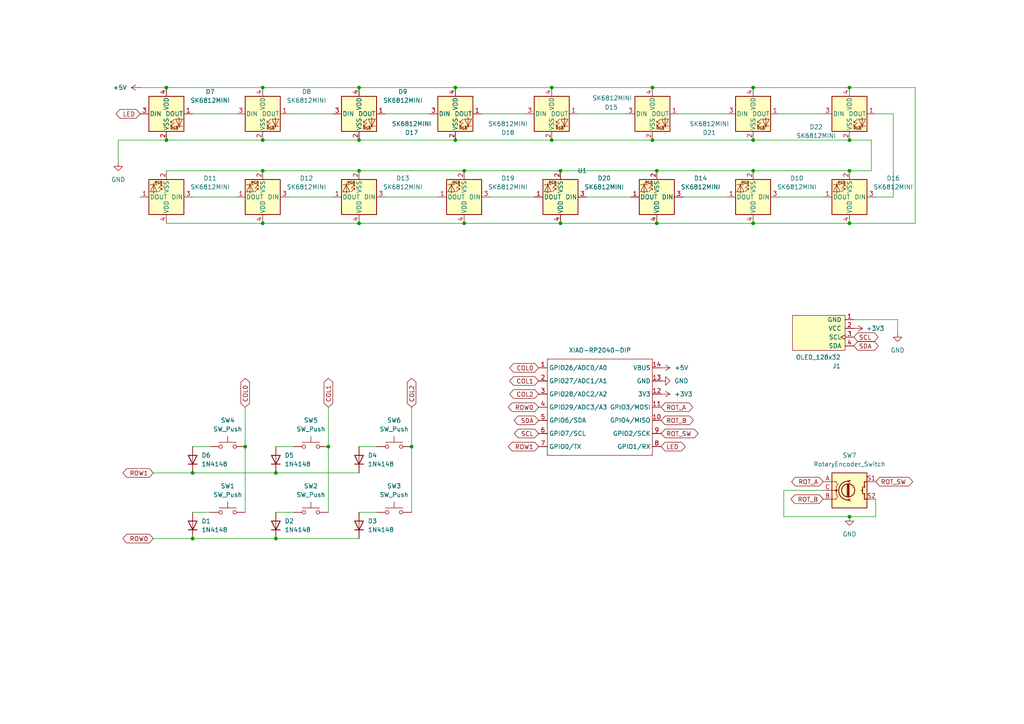
<source format=kicad_sch>
(kicad_sch
	(version 20250114)
	(generator "eeschema")
	(generator_version "9.0")
	(uuid "8d6f5267-5771-4456-b707-a41799374e1e")
	(paper "A4")
	(title_block
		(title "Portable keyboard pad")
		(date "2025-07-04")
		(rev "1")
		(company "Krenka Hub")
		(comment 1 "by Josef Elias Formanek")
	)
	(lib_symbols
		(symbol "Device:RotaryEncoder_Switch"
			(pin_names
				(offset 0.254)
				(hide yes)
			)
			(exclude_from_sim no)
			(in_bom yes)
			(on_board yes)
			(property "Reference" "SW"
				(at 0 6.604 0)
				(effects
					(font
						(size 1.27 1.27)
					)
				)
			)
			(property "Value" "RotaryEncoder_Switch"
				(at 0 -6.604 0)
				(effects
					(font
						(size 1.27 1.27)
					)
				)
			)
			(property "Footprint" ""
				(at -3.81 4.064 0)
				(effects
					(font
						(size 1.27 1.27)
					)
					(hide yes)
				)
			)
			(property "Datasheet" "~"
				(at 0 6.604 0)
				(effects
					(font
						(size 1.27 1.27)
					)
					(hide yes)
				)
			)
			(property "Description" "Rotary encoder, dual channel, incremental quadrate outputs, with switch"
				(at 0 0 0)
				(effects
					(font
						(size 1.27 1.27)
					)
					(hide yes)
				)
			)
			(property "ki_keywords" "rotary switch encoder switch push button"
				(at 0 0 0)
				(effects
					(font
						(size 1.27 1.27)
					)
					(hide yes)
				)
			)
			(property "ki_fp_filters" "RotaryEncoder*Switch*"
				(at 0 0 0)
				(effects
					(font
						(size 1.27 1.27)
					)
					(hide yes)
				)
			)
			(symbol "RotaryEncoder_Switch_0_1"
				(rectangle
					(start -5.08 5.08)
					(end 5.08 -5.08)
					(stroke
						(width 0.254)
						(type default)
					)
					(fill
						(type background)
					)
				)
				(polyline
					(pts
						(xy -5.08 2.54) (xy -3.81 2.54) (xy -3.81 2.032)
					)
					(stroke
						(width 0)
						(type default)
					)
					(fill
						(type none)
					)
				)
				(polyline
					(pts
						(xy -5.08 0) (xy -3.81 0) (xy -3.81 -1.016) (xy -3.302 -2.032)
					)
					(stroke
						(width 0)
						(type default)
					)
					(fill
						(type none)
					)
				)
				(polyline
					(pts
						(xy -5.08 -2.54) (xy -3.81 -2.54) (xy -3.81 -2.032)
					)
					(stroke
						(width 0)
						(type default)
					)
					(fill
						(type none)
					)
				)
				(polyline
					(pts
						(xy -4.318 0) (xy -3.81 0) (xy -3.81 1.016) (xy -3.302 2.032)
					)
					(stroke
						(width 0)
						(type default)
					)
					(fill
						(type none)
					)
				)
				(circle
					(center -3.81 0)
					(radius 0.254)
					(stroke
						(width 0)
						(type default)
					)
					(fill
						(type outline)
					)
				)
				(polyline
					(pts
						(xy -0.635 -1.778) (xy -0.635 1.778)
					)
					(stroke
						(width 0.254)
						(type default)
					)
					(fill
						(type none)
					)
				)
				(circle
					(center -0.381 0)
					(radius 1.905)
					(stroke
						(width 0.254)
						(type default)
					)
					(fill
						(type none)
					)
				)
				(polyline
					(pts
						(xy -0.381 -1.778) (xy -0.381 1.778)
					)
					(stroke
						(width 0.254)
						(type default)
					)
					(fill
						(type none)
					)
				)
				(arc
					(start -0.381 -2.794)
					(mid -3.0988 -0.0635)
					(end -0.381 2.667)
					(stroke
						(width 0.254)
						(type default)
					)
					(fill
						(type none)
					)
				)
				(polyline
					(pts
						(xy -0.127 1.778) (xy -0.127 -1.778)
					)
					(stroke
						(width 0.254)
						(type default)
					)
					(fill
						(type none)
					)
				)
				(polyline
					(pts
						(xy 0.254 2.921) (xy -0.508 2.667) (xy 0.127 2.286)
					)
					(stroke
						(width 0.254)
						(type default)
					)
					(fill
						(type none)
					)
				)
				(polyline
					(pts
						(xy 0.254 -3.048) (xy -0.508 -2.794) (xy 0.127 -2.413)
					)
					(stroke
						(width 0.254)
						(type default)
					)
					(fill
						(type none)
					)
				)
				(polyline
					(pts
						(xy 3.81 1.016) (xy 3.81 -1.016)
					)
					(stroke
						(width 0.254)
						(type default)
					)
					(fill
						(type none)
					)
				)
				(polyline
					(pts
						(xy 3.81 0) (xy 3.429 0)
					)
					(stroke
						(width 0.254)
						(type default)
					)
					(fill
						(type none)
					)
				)
				(circle
					(center 4.318 1.016)
					(radius 0.127)
					(stroke
						(width 0.254)
						(type default)
					)
					(fill
						(type none)
					)
				)
				(circle
					(center 4.318 -1.016)
					(radius 0.127)
					(stroke
						(width 0.254)
						(type default)
					)
					(fill
						(type none)
					)
				)
				(polyline
					(pts
						(xy 5.08 2.54) (xy 4.318 2.54) (xy 4.318 1.016)
					)
					(stroke
						(width 0.254)
						(type default)
					)
					(fill
						(type none)
					)
				)
				(polyline
					(pts
						(xy 5.08 -2.54) (xy 4.318 -2.54) (xy 4.318 -1.016)
					)
					(stroke
						(width 0.254)
						(type default)
					)
					(fill
						(type none)
					)
				)
			)
			(symbol "RotaryEncoder_Switch_1_1"
				(pin passive line
					(at -7.62 2.54 0)
					(length 2.54)
					(name "A"
						(effects
							(font
								(size 1.27 1.27)
							)
						)
					)
					(number "A"
						(effects
							(font
								(size 1.27 1.27)
							)
						)
					)
				)
				(pin passive line
					(at -7.62 0 0)
					(length 2.54)
					(name "C"
						(effects
							(font
								(size 1.27 1.27)
							)
						)
					)
					(number "C"
						(effects
							(font
								(size 1.27 1.27)
							)
						)
					)
				)
				(pin passive line
					(at -7.62 -2.54 0)
					(length 2.54)
					(name "B"
						(effects
							(font
								(size 1.27 1.27)
							)
						)
					)
					(number "B"
						(effects
							(font
								(size 1.27 1.27)
							)
						)
					)
				)
				(pin passive line
					(at 7.62 2.54 180)
					(length 2.54)
					(name "S1"
						(effects
							(font
								(size 1.27 1.27)
							)
						)
					)
					(number "S1"
						(effects
							(font
								(size 1.27 1.27)
							)
						)
					)
				)
				(pin passive line
					(at 7.62 -2.54 180)
					(length 2.54)
					(name "S2"
						(effects
							(font
								(size 1.27 1.27)
							)
						)
					)
					(number "S2"
						(effects
							(font
								(size 1.27 1.27)
							)
						)
					)
				)
			)
			(embedded_fonts no)
		)
		(symbol "Diode:1N4148"
			(pin_numbers
				(hide yes)
			)
			(pin_names
				(hide yes)
			)
			(exclude_from_sim no)
			(in_bom yes)
			(on_board yes)
			(property "Reference" "D"
				(at 0 2.54 0)
				(effects
					(font
						(size 1.27 1.27)
					)
				)
			)
			(property "Value" "1N4148"
				(at 0 -2.54 0)
				(effects
					(font
						(size 1.27 1.27)
					)
				)
			)
			(property "Footprint" "Diode_THT:D_DO-35_SOD27_P7.62mm_Horizontal"
				(at 0 0 0)
				(effects
					(font
						(size 1.27 1.27)
					)
					(hide yes)
				)
			)
			(property "Datasheet" "https://assets.nexperia.com/documents/data-sheet/1N4148_1N4448.pdf"
				(at 0 0 0)
				(effects
					(font
						(size 1.27 1.27)
					)
					(hide yes)
				)
			)
			(property "Description" "100V 0.15A standard switching diode, DO-35"
				(at 0 0 0)
				(effects
					(font
						(size 1.27 1.27)
					)
					(hide yes)
				)
			)
			(property "Sim.Device" "D"
				(at 0 0 0)
				(effects
					(font
						(size 1.27 1.27)
					)
					(hide yes)
				)
			)
			(property "Sim.Pins" "1=K 2=A"
				(at 0 0 0)
				(effects
					(font
						(size 1.27 1.27)
					)
					(hide yes)
				)
			)
			(property "ki_keywords" "diode"
				(at 0 0 0)
				(effects
					(font
						(size 1.27 1.27)
					)
					(hide yes)
				)
			)
			(property "ki_fp_filters" "D*DO?35*"
				(at 0 0 0)
				(effects
					(font
						(size 1.27 1.27)
					)
					(hide yes)
				)
			)
			(symbol "1N4148_0_1"
				(polyline
					(pts
						(xy -1.27 1.27) (xy -1.27 -1.27)
					)
					(stroke
						(width 0.254)
						(type default)
					)
					(fill
						(type none)
					)
				)
				(polyline
					(pts
						(xy 1.27 1.27) (xy 1.27 -1.27) (xy -1.27 0) (xy 1.27 1.27)
					)
					(stroke
						(width 0.254)
						(type default)
					)
					(fill
						(type none)
					)
				)
				(polyline
					(pts
						(xy 1.27 0) (xy -1.27 0)
					)
					(stroke
						(width 0)
						(type default)
					)
					(fill
						(type none)
					)
				)
			)
			(symbol "1N4148_1_1"
				(pin passive line
					(at -3.81 0 0)
					(length 2.54)
					(name "K"
						(effects
							(font
								(size 1.27 1.27)
							)
						)
					)
					(number "1"
						(effects
							(font
								(size 1.27 1.27)
							)
						)
					)
				)
				(pin passive line
					(at 3.81 0 180)
					(length 2.54)
					(name "A"
						(effects
							(font
								(size 1.27 1.27)
							)
						)
					)
					(number "2"
						(effects
							(font
								(size 1.27 1.27)
							)
						)
					)
				)
			)
			(embedded_fonts no)
		)
		(symbol "LED:SK6812MINI"
			(pin_names
				(offset 0.254)
			)
			(exclude_from_sim no)
			(in_bom yes)
			(on_board yes)
			(property "Reference" "D"
				(at 5.08 5.715 0)
				(effects
					(font
						(size 1.27 1.27)
					)
					(justify right bottom)
				)
			)
			(property "Value" "SK6812MINI"
				(at 1.27 -5.715 0)
				(effects
					(font
						(size 1.27 1.27)
					)
					(justify left top)
				)
			)
			(property "Footprint" "LED_SMD:LED_SK6812MINI_PLCC4_3.5x3.5mm_P1.75mm"
				(at 1.27 -7.62 0)
				(effects
					(font
						(size 1.27 1.27)
					)
					(justify left top)
					(hide yes)
				)
			)
			(property "Datasheet" "https://cdn-shop.adafruit.com/product-files/2686/SK6812MINI_REV.01-1-2.pdf"
				(at 2.54 -9.525 0)
				(effects
					(font
						(size 1.27 1.27)
					)
					(justify left top)
					(hide yes)
				)
			)
			(property "Description" "RGB LED with integrated controller"
				(at 0 0 0)
				(effects
					(font
						(size 1.27 1.27)
					)
					(hide yes)
				)
			)
			(property "ki_keywords" "RGB LED NeoPixel Mini addressable"
				(at 0 0 0)
				(effects
					(font
						(size 1.27 1.27)
					)
					(hide yes)
				)
			)
			(property "ki_fp_filters" "LED*SK6812MINI*PLCC*3.5x3.5mm*P1.75mm*"
				(at 0 0 0)
				(effects
					(font
						(size 1.27 1.27)
					)
					(hide yes)
				)
			)
			(symbol "SK6812MINI_0_0"
				(text "RGB"
					(at 2.286 -4.191 0)
					(effects
						(font
							(size 0.762 0.762)
						)
					)
				)
			)
			(symbol "SK6812MINI_0_1"
				(polyline
					(pts
						(xy 1.27 -2.54) (xy 1.778 -2.54)
					)
					(stroke
						(width 0)
						(type default)
					)
					(fill
						(type none)
					)
				)
				(polyline
					(pts
						(xy 1.27 -3.556) (xy 1.778 -3.556)
					)
					(stroke
						(width 0)
						(type default)
					)
					(fill
						(type none)
					)
				)
				(polyline
					(pts
						(xy 2.286 -1.524) (xy 1.27 -2.54) (xy 1.27 -2.032)
					)
					(stroke
						(width 0)
						(type default)
					)
					(fill
						(type none)
					)
				)
				(polyline
					(pts
						(xy 2.286 -2.54) (xy 1.27 -3.556) (xy 1.27 -3.048)
					)
					(stroke
						(width 0)
						(type default)
					)
					(fill
						(type none)
					)
				)
				(polyline
					(pts
						(xy 3.683 -1.016) (xy 3.683 -3.556) (xy 3.683 -4.064)
					)
					(stroke
						(width 0)
						(type default)
					)
					(fill
						(type none)
					)
				)
				(polyline
					(pts
						(xy 4.699 -1.524) (xy 2.667 -1.524) (xy 3.683 -3.556) (xy 4.699 -1.524)
					)
					(stroke
						(width 0)
						(type default)
					)
					(fill
						(type none)
					)
				)
				(polyline
					(pts
						(xy 4.699 -3.556) (xy 2.667 -3.556)
					)
					(stroke
						(width 0)
						(type default)
					)
					(fill
						(type none)
					)
				)
				(rectangle
					(start 5.08 5.08)
					(end -5.08 -5.08)
					(stroke
						(width 0.254)
						(type default)
					)
					(fill
						(type background)
					)
				)
			)
			(symbol "SK6812MINI_1_1"
				(pin input line
					(at -7.62 0 0)
					(length 2.54)
					(name "DIN"
						(effects
							(font
								(size 1.27 1.27)
							)
						)
					)
					(number "3"
						(effects
							(font
								(size 1.27 1.27)
							)
						)
					)
				)
				(pin power_in line
					(at 0 7.62 270)
					(length 2.54)
					(name "VDD"
						(effects
							(font
								(size 1.27 1.27)
							)
						)
					)
					(number "4"
						(effects
							(font
								(size 1.27 1.27)
							)
						)
					)
				)
				(pin power_in line
					(at 0 -7.62 90)
					(length 2.54)
					(name "VSS"
						(effects
							(font
								(size 1.27 1.27)
							)
						)
					)
					(number "2"
						(effects
							(font
								(size 1.27 1.27)
							)
						)
					)
				)
				(pin output line
					(at 7.62 0 180)
					(length 2.54)
					(name "DOUT"
						(effects
							(font
								(size 1.27 1.27)
							)
						)
					)
					(number "1"
						(effects
							(font
								(size 1.27 1.27)
							)
						)
					)
				)
			)
			(embedded_fonts no)
		)
		(symbol "Switch:SW_Push"
			(pin_numbers
				(hide yes)
			)
			(pin_names
				(offset 1.016)
				(hide yes)
			)
			(exclude_from_sim no)
			(in_bom yes)
			(on_board yes)
			(property "Reference" "SW"
				(at 1.27 2.54 0)
				(effects
					(font
						(size 1.27 1.27)
					)
					(justify left)
				)
			)
			(property "Value" "SW_Push"
				(at 0 -1.524 0)
				(effects
					(font
						(size 1.27 1.27)
					)
				)
			)
			(property "Footprint" ""
				(at 0 5.08 0)
				(effects
					(font
						(size 1.27 1.27)
					)
					(hide yes)
				)
			)
			(property "Datasheet" "~"
				(at 0 5.08 0)
				(effects
					(font
						(size 1.27 1.27)
					)
					(hide yes)
				)
			)
			(property "Description" "Push button switch, generic, two pins"
				(at 0 0 0)
				(effects
					(font
						(size 1.27 1.27)
					)
					(hide yes)
				)
			)
			(property "ki_keywords" "switch normally-open pushbutton push-button"
				(at 0 0 0)
				(effects
					(font
						(size 1.27 1.27)
					)
					(hide yes)
				)
			)
			(symbol "SW_Push_0_1"
				(circle
					(center -2.032 0)
					(radius 0.508)
					(stroke
						(width 0)
						(type default)
					)
					(fill
						(type none)
					)
				)
				(polyline
					(pts
						(xy 0 1.27) (xy 0 3.048)
					)
					(stroke
						(width 0)
						(type default)
					)
					(fill
						(type none)
					)
				)
				(circle
					(center 2.032 0)
					(radius 0.508)
					(stroke
						(width 0)
						(type default)
					)
					(fill
						(type none)
					)
				)
				(polyline
					(pts
						(xy 2.54 1.27) (xy -2.54 1.27)
					)
					(stroke
						(width 0)
						(type default)
					)
					(fill
						(type none)
					)
				)
				(pin passive line
					(at -5.08 0 0)
					(length 2.54)
					(name "1"
						(effects
							(font
								(size 1.27 1.27)
							)
						)
					)
					(number "1"
						(effects
							(font
								(size 1.27 1.27)
							)
						)
					)
				)
				(pin passive line
					(at 5.08 0 180)
					(length 2.54)
					(name "2"
						(effects
							(font
								(size 1.27 1.27)
							)
						)
					)
					(number "2"
						(effects
							(font
								(size 1.27 1.27)
							)
						)
					)
				)
			)
			(embedded_fonts no)
		)
		(symbol "oled:OLED_128x32"
			(pin_names
				(offset 1.016)
			)
			(exclude_from_sim no)
			(in_bom yes)
			(on_board yes)
			(property "Reference" "J"
				(at 0 -6.35 0)
				(effects
					(font
						(size 1.27 1.27)
					)
				)
			)
			(property "Value" "OLED_128x32"
				(at 0 6.35 0)
				(effects
					(font
						(size 1.27 1.27)
					)
				)
			)
			(property "Footprint" "ScottoKeebs_Components:OLED_128x32"
				(at 0 8.89 0)
				(effects
					(font
						(size 1.27 1.27)
					)
					(hide yes)
				)
			)
			(property "Datasheet" ""
				(at 0 1.27 0)
				(effects
					(font
						(size 1.27 1.27)
					)
					(hide yes)
				)
			)
			(property "Description" ""
				(at 0 0 0)
				(effects
					(font
						(size 1.27 1.27)
					)
					(hide yes)
				)
			)
			(symbol "OLED_128x32_0_1"
				(rectangle
					(start 0 5.08)
					(end 15.24 -5.08)
					(stroke
						(width 0)
						(type default)
					)
					(fill
						(type background)
					)
				)
			)
			(symbol "OLED_128x32_1_1"
				(pin bidirectional line
					(at -2.54 3.81 0)
					(length 2.54)
					(name "SDA"
						(effects
							(font
								(size 1.27 1.27)
							)
						)
					)
					(number "4"
						(effects
							(font
								(size 1.27 1.27)
							)
						)
					)
				)
				(pin input clock
					(at -2.54 1.27 0)
					(length 2.54)
					(name "SCL"
						(effects
							(font
								(size 1.27 1.27)
							)
						)
					)
					(number "3"
						(effects
							(font
								(size 1.27 1.27)
							)
						)
					)
				)
				(pin power_in line
					(at -2.54 -1.27 0)
					(length 2.54)
					(name "VCC"
						(effects
							(font
								(size 1.27 1.27)
							)
						)
					)
					(number "2"
						(effects
							(font
								(size 1.27 1.27)
							)
						)
					)
				)
				(pin power_in line
					(at -2.54 -3.81 0)
					(length 2.54)
					(name "GND"
						(effects
							(font
								(size 1.27 1.27)
							)
						)
					)
					(number "1"
						(effects
							(font
								(size 1.27 1.27)
							)
						)
					)
				)
			)
			(embedded_fonts no)
		)
		(symbol "opl:XIAO-RP2040-DIP"
			(exclude_from_sim no)
			(in_bom yes)
			(on_board yes)
			(property "Reference" "U"
				(at 0 0 0)
				(effects
					(font
						(size 1.27 1.27)
					)
				)
			)
			(property "Value" "XIAO-RP2040-DIP"
				(at 5.334 -1.778 0)
				(effects
					(font
						(size 1.27 1.27)
					)
				)
			)
			(property "Footprint" "Module:MOUDLE14P-XIAO-DIP-SMD"
				(at 14.478 -32.258 0)
				(effects
					(font
						(size 1.27 1.27)
					)
					(hide yes)
				)
			)
			(property "Datasheet" ""
				(at 0 0 0)
				(effects
					(font
						(size 1.27 1.27)
					)
					(hide yes)
				)
			)
			(property "Description" ""
				(at 0 0 0)
				(effects
					(font
						(size 1.27 1.27)
					)
					(hide yes)
				)
			)
			(symbol "XIAO-RP2040-DIP_1_0"
				(polyline
					(pts
						(xy -1.27 -2.54) (xy 29.21 -2.54)
					)
					(stroke
						(width 0.1524)
						(type solid)
					)
					(fill
						(type none)
					)
				)
				(polyline
					(pts
						(xy -1.27 -5.08) (xy -2.54 -5.08)
					)
					(stroke
						(width 0.1524)
						(type solid)
					)
					(fill
						(type none)
					)
				)
				(polyline
					(pts
						(xy -1.27 -5.08) (xy -1.27 -2.54)
					)
					(stroke
						(width 0.1524)
						(type solid)
					)
					(fill
						(type none)
					)
				)
				(polyline
					(pts
						(xy -1.27 -8.89) (xy -2.54 -8.89)
					)
					(stroke
						(width 0.1524)
						(type solid)
					)
					(fill
						(type none)
					)
				)
				(polyline
					(pts
						(xy -1.27 -8.89) (xy -1.27 -5.08)
					)
					(stroke
						(width 0.1524)
						(type solid)
					)
					(fill
						(type none)
					)
				)
				(polyline
					(pts
						(xy -1.27 -12.7) (xy -2.54 -12.7)
					)
					(stroke
						(width 0.1524)
						(type solid)
					)
					(fill
						(type none)
					)
				)
				(polyline
					(pts
						(xy -1.27 -12.7) (xy -1.27 -8.89)
					)
					(stroke
						(width 0.1524)
						(type solid)
					)
					(fill
						(type none)
					)
				)
				(polyline
					(pts
						(xy -1.27 -16.51) (xy -2.54 -16.51)
					)
					(stroke
						(width 0.1524)
						(type solid)
					)
					(fill
						(type none)
					)
				)
				(polyline
					(pts
						(xy -1.27 -16.51) (xy -1.27 -12.7)
					)
					(stroke
						(width 0.1524)
						(type solid)
					)
					(fill
						(type none)
					)
				)
				(polyline
					(pts
						(xy -1.27 -20.32) (xy -2.54 -20.32)
					)
					(stroke
						(width 0.1524)
						(type solid)
					)
					(fill
						(type none)
					)
				)
				(polyline
					(pts
						(xy -1.27 -24.13) (xy -2.54 -24.13)
					)
					(stroke
						(width 0.1524)
						(type solid)
					)
					(fill
						(type none)
					)
				)
				(polyline
					(pts
						(xy -1.27 -27.94) (xy -2.54 -27.94)
					)
					(stroke
						(width 0.1524)
						(type solid)
					)
					(fill
						(type none)
					)
				)
				(polyline
					(pts
						(xy -1.27 -30.48) (xy -1.27 -16.51)
					)
					(stroke
						(width 0.1524)
						(type solid)
					)
					(fill
						(type none)
					)
				)
				(polyline
					(pts
						(xy 29.21 -2.54) (xy 29.21 -5.08)
					)
					(stroke
						(width 0.1524)
						(type solid)
					)
					(fill
						(type none)
					)
				)
				(polyline
					(pts
						(xy 29.21 -5.08) (xy 29.21 -8.89)
					)
					(stroke
						(width 0.1524)
						(type solid)
					)
					(fill
						(type none)
					)
				)
				(polyline
					(pts
						(xy 29.21 -8.89) (xy 29.21 -12.7)
					)
					(stroke
						(width 0.1524)
						(type solid)
					)
					(fill
						(type none)
					)
				)
				(polyline
					(pts
						(xy 29.21 -12.7) (xy 29.21 -30.48)
					)
					(stroke
						(width 0.1524)
						(type solid)
					)
					(fill
						(type none)
					)
				)
				(polyline
					(pts
						(xy 29.21 -30.48) (xy -1.27 -30.48)
					)
					(stroke
						(width 0.1524)
						(type solid)
					)
					(fill
						(type none)
					)
				)
				(polyline
					(pts
						(xy 30.48 -5.08) (xy 29.21 -5.08)
					)
					(stroke
						(width 0.1524)
						(type solid)
					)
					(fill
						(type none)
					)
				)
				(polyline
					(pts
						(xy 30.48 -8.89) (xy 29.21 -8.89)
					)
					(stroke
						(width 0.1524)
						(type solid)
					)
					(fill
						(type none)
					)
				)
				(polyline
					(pts
						(xy 30.48 -12.7) (xy 29.21 -12.7)
					)
					(stroke
						(width 0.1524)
						(type solid)
					)
					(fill
						(type none)
					)
				)
				(polyline
					(pts
						(xy 30.48 -16.51) (xy 29.21 -16.51)
					)
					(stroke
						(width 0.1524)
						(type solid)
					)
					(fill
						(type none)
					)
				)
				(polyline
					(pts
						(xy 30.48 -20.32) (xy 29.21 -20.32)
					)
					(stroke
						(width 0.1524)
						(type solid)
					)
					(fill
						(type none)
					)
				)
				(polyline
					(pts
						(xy 30.48 -24.13) (xy 29.21 -24.13)
					)
					(stroke
						(width 0.1524)
						(type solid)
					)
					(fill
						(type none)
					)
				)
				(polyline
					(pts
						(xy 30.48 -27.94) (xy 29.21 -27.94)
					)
					(stroke
						(width 0.1524)
						(type solid)
					)
					(fill
						(type none)
					)
				)
				(pin passive line
					(at -3.81 -5.08 0)
					(length 2.54)
					(name "GPIO26/ADC0/A0"
						(effects
							(font
								(size 1.27 1.27)
							)
						)
					)
					(number "1"
						(effects
							(font
								(size 1.27 1.27)
							)
						)
					)
				)
				(pin passive line
					(at -3.81 -8.89 0)
					(length 2.54)
					(name "GPIO27/ADC1/A1"
						(effects
							(font
								(size 1.27 1.27)
							)
						)
					)
					(number "2"
						(effects
							(font
								(size 1.27 1.27)
							)
						)
					)
				)
				(pin passive line
					(at -3.81 -12.7 0)
					(length 2.54)
					(name "GPIO28/ADC2/A2"
						(effects
							(font
								(size 1.27 1.27)
							)
						)
					)
					(number "3"
						(effects
							(font
								(size 1.27 1.27)
							)
						)
					)
				)
				(pin passive line
					(at -3.81 -16.51 0)
					(length 2.54)
					(name "GPIO29/ADC3/A3"
						(effects
							(font
								(size 1.27 1.27)
							)
						)
					)
					(number "4"
						(effects
							(font
								(size 1.27 1.27)
							)
						)
					)
				)
				(pin passive line
					(at -3.81 -20.32 0)
					(length 2.54)
					(name "GPIO6/SDA"
						(effects
							(font
								(size 1.27 1.27)
							)
						)
					)
					(number "5"
						(effects
							(font
								(size 1.27 1.27)
							)
						)
					)
				)
				(pin passive line
					(at -3.81 -24.13 0)
					(length 2.54)
					(name "GPIO7/SCL"
						(effects
							(font
								(size 1.27 1.27)
							)
						)
					)
					(number "6"
						(effects
							(font
								(size 1.27 1.27)
							)
						)
					)
				)
				(pin passive line
					(at -3.81 -27.94 0)
					(length 2.54)
					(name "GPIO0/TX"
						(effects
							(font
								(size 1.27 1.27)
							)
						)
					)
					(number "7"
						(effects
							(font
								(size 1.27 1.27)
							)
						)
					)
				)
				(pin passive line
					(at 31.75 -5.08 180)
					(length 2.54)
					(name "VBUS"
						(effects
							(font
								(size 1.27 1.27)
							)
						)
					)
					(number "14"
						(effects
							(font
								(size 1.27 1.27)
							)
						)
					)
				)
				(pin passive line
					(at 31.75 -8.89 180)
					(length 2.54)
					(name "GND"
						(effects
							(font
								(size 1.27 1.27)
							)
						)
					)
					(number "13"
						(effects
							(font
								(size 1.27 1.27)
							)
						)
					)
				)
				(pin passive line
					(at 31.75 -12.7 180)
					(length 2.54)
					(name "3V3"
						(effects
							(font
								(size 1.27 1.27)
							)
						)
					)
					(number "12"
						(effects
							(font
								(size 1.27 1.27)
							)
						)
					)
				)
				(pin passive line
					(at 31.75 -16.51 180)
					(length 2.54)
					(name "GPIO3/MOSI"
						(effects
							(font
								(size 1.27 1.27)
							)
						)
					)
					(number "11"
						(effects
							(font
								(size 1.27 1.27)
							)
						)
					)
				)
				(pin passive line
					(at 31.75 -20.32 180)
					(length 2.54)
					(name "GPIO4/MISO"
						(effects
							(font
								(size 1.27 1.27)
							)
						)
					)
					(number "10"
						(effects
							(font
								(size 1.27 1.27)
							)
						)
					)
				)
				(pin passive line
					(at 31.75 -24.13 180)
					(length 2.54)
					(name "GPIO2/SCK"
						(effects
							(font
								(size 1.27 1.27)
							)
						)
					)
					(number "9"
						(effects
							(font
								(size 1.27 1.27)
							)
						)
					)
				)
				(pin passive line
					(at 31.75 -27.94 180)
					(length 2.54)
					(name "GPIO1/RX"
						(effects
							(font
								(size 1.27 1.27)
							)
						)
					)
					(number "8"
						(effects
							(font
								(size 1.27 1.27)
							)
						)
					)
				)
			)
			(embedded_fonts no)
		)
		(symbol "power:+3V3"
			(power)
			(pin_numbers
				(hide yes)
			)
			(pin_names
				(offset 0)
				(hide yes)
			)
			(exclude_from_sim no)
			(in_bom yes)
			(on_board yes)
			(property "Reference" "#PWR"
				(at 0 -3.81 0)
				(effects
					(font
						(size 1.27 1.27)
					)
					(hide yes)
				)
			)
			(property "Value" "+3V3"
				(at 0 3.556 0)
				(effects
					(font
						(size 1.27 1.27)
					)
				)
			)
			(property "Footprint" ""
				(at 0 0 0)
				(effects
					(font
						(size 1.27 1.27)
					)
					(hide yes)
				)
			)
			(property "Datasheet" ""
				(at 0 0 0)
				(effects
					(font
						(size 1.27 1.27)
					)
					(hide yes)
				)
			)
			(property "Description" "Power symbol creates a global label with name \"+3V3\""
				(at 0 0 0)
				(effects
					(font
						(size 1.27 1.27)
					)
					(hide yes)
				)
			)
			(property "ki_keywords" "global power"
				(at 0 0 0)
				(effects
					(font
						(size 1.27 1.27)
					)
					(hide yes)
				)
			)
			(symbol "+3V3_0_1"
				(polyline
					(pts
						(xy -0.762 1.27) (xy 0 2.54)
					)
					(stroke
						(width 0)
						(type default)
					)
					(fill
						(type none)
					)
				)
				(polyline
					(pts
						(xy 0 2.54) (xy 0.762 1.27)
					)
					(stroke
						(width 0)
						(type default)
					)
					(fill
						(type none)
					)
				)
				(polyline
					(pts
						(xy 0 0) (xy 0 2.54)
					)
					(stroke
						(width 0)
						(type default)
					)
					(fill
						(type none)
					)
				)
			)
			(symbol "+3V3_1_1"
				(pin power_in line
					(at 0 0 90)
					(length 0)
					(name "~"
						(effects
							(font
								(size 1.27 1.27)
							)
						)
					)
					(number "1"
						(effects
							(font
								(size 1.27 1.27)
							)
						)
					)
				)
			)
			(embedded_fonts no)
		)
		(symbol "power:+5V"
			(power)
			(pin_numbers
				(hide yes)
			)
			(pin_names
				(offset 0)
				(hide yes)
			)
			(exclude_from_sim no)
			(in_bom yes)
			(on_board yes)
			(property "Reference" "#PWR"
				(at 0 -3.81 0)
				(effects
					(font
						(size 1.27 1.27)
					)
					(hide yes)
				)
			)
			(property "Value" "+5V"
				(at 0 3.556 0)
				(effects
					(font
						(size 1.27 1.27)
					)
				)
			)
			(property "Footprint" ""
				(at 0 0 0)
				(effects
					(font
						(size 1.27 1.27)
					)
					(hide yes)
				)
			)
			(property "Datasheet" ""
				(at 0 0 0)
				(effects
					(font
						(size 1.27 1.27)
					)
					(hide yes)
				)
			)
			(property "Description" "Power symbol creates a global label with name \"+5V\""
				(at 0 0 0)
				(effects
					(font
						(size 1.27 1.27)
					)
					(hide yes)
				)
			)
			(property "ki_keywords" "global power"
				(at 0 0 0)
				(effects
					(font
						(size 1.27 1.27)
					)
					(hide yes)
				)
			)
			(symbol "+5V_0_1"
				(polyline
					(pts
						(xy -0.762 1.27) (xy 0 2.54)
					)
					(stroke
						(width 0)
						(type default)
					)
					(fill
						(type none)
					)
				)
				(polyline
					(pts
						(xy 0 2.54) (xy 0.762 1.27)
					)
					(stroke
						(width 0)
						(type default)
					)
					(fill
						(type none)
					)
				)
				(polyline
					(pts
						(xy 0 0) (xy 0 2.54)
					)
					(stroke
						(width 0)
						(type default)
					)
					(fill
						(type none)
					)
				)
			)
			(symbol "+5V_1_1"
				(pin power_in line
					(at 0 0 90)
					(length 0)
					(name "~"
						(effects
							(font
								(size 1.27 1.27)
							)
						)
					)
					(number "1"
						(effects
							(font
								(size 1.27 1.27)
							)
						)
					)
				)
			)
			(embedded_fonts no)
		)
		(symbol "power:GND"
			(power)
			(pin_numbers
				(hide yes)
			)
			(pin_names
				(offset 0)
				(hide yes)
			)
			(exclude_from_sim no)
			(in_bom yes)
			(on_board yes)
			(property "Reference" "#PWR"
				(at 0 -6.35 0)
				(effects
					(font
						(size 1.27 1.27)
					)
					(hide yes)
				)
			)
			(property "Value" "GND"
				(at 0 -3.81 0)
				(effects
					(font
						(size 1.27 1.27)
					)
				)
			)
			(property "Footprint" ""
				(at 0 0 0)
				(effects
					(font
						(size 1.27 1.27)
					)
					(hide yes)
				)
			)
			(property "Datasheet" ""
				(at 0 0 0)
				(effects
					(font
						(size 1.27 1.27)
					)
					(hide yes)
				)
			)
			(property "Description" "Power symbol creates a global label with name \"GND\" , ground"
				(at 0 0 0)
				(effects
					(font
						(size 1.27 1.27)
					)
					(hide yes)
				)
			)
			(property "ki_keywords" "global power"
				(at 0 0 0)
				(effects
					(font
						(size 1.27 1.27)
					)
					(hide yes)
				)
			)
			(symbol "GND_0_1"
				(polyline
					(pts
						(xy 0 0) (xy 0 -1.27) (xy 1.27 -1.27) (xy 0 -2.54) (xy -1.27 -1.27) (xy 0 -1.27)
					)
					(stroke
						(width 0)
						(type default)
					)
					(fill
						(type none)
					)
				)
			)
			(symbol "GND_1_1"
				(pin power_in line
					(at 0 0 270)
					(length 0)
					(name "~"
						(effects
							(font
								(size 1.27 1.27)
							)
						)
					)
					(number "1"
						(effects
							(font
								(size 1.27 1.27)
							)
						)
					)
				)
			)
			(embedded_fonts no)
		)
	)
	(junction
		(at 76.2 64.77)
		(diameter 0)
		(color 0 0 0 0)
		(uuid "04547487-a525-45ae-89f8-59d71634f60a")
	)
	(junction
		(at 80.01 156.21)
		(diameter 0)
		(color 0 0 0 0)
		(uuid "0ba5fd28-88a0-4ce3-b27b-9893fde2f200")
	)
	(junction
		(at 104.14 25.4)
		(diameter 0)
		(color 0 0 0 0)
		(uuid "24762432-32d3-4422-9699-6021056f0dd9")
	)
	(junction
		(at 55.88 156.21)
		(diameter 0)
		(color 0 0 0 0)
		(uuid "25678e53-b14c-4318-a1b1-f2113d918c8a")
	)
	(junction
		(at 104.14 49.53)
		(diameter 0)
		(color 0 0 0 0)
		(uuid "2693ff89-b684-4af9-8915-7738d1c91304")
	)
	(junction
		(at 162.56 49.53)
		(diameter 0)
		(color 0 0 0 0)
		(uuid "2dacdfe7-5c69-4fc5-8341-4b8e01bcfeff")
	)
	(junction
		(at 190.5 49.53)
		(diameter 0)
		(color 0 0 0 0)
		(uuid "32f7819d-4786-446c-b1b2-82c55625324c")
	)
	(junction
		(at 160.02 25.4)
		(diameter 0)
		(color 0 0 0 0)
		(uuid "33a248ad-a569-43fd-a459-f7684afde162")
	)
	(junction
		(at 132.08 25.4)
		(diameter 0)
		(color 0 0 0 0)
		(uuid "35c287ee-97fd-4279-a389-97c57323c76e")
	)
	(junction
		(at 134.62 64.77)
		(diameter 0)
		(color 0 0 0 0)
		(uuid "392a24de-d076-4bb9-93d6-f931f71155f0")
	)
	(junction
		(at 246.38 64.77)
		(diameter 0)
		(color 0 0 0 0)
		(uuid "40c45a21-9955-4852-be6b-f86fe66a1dc3")
	)
	(junction
		(at 95.25 129.54)
		(diameter 0)
		(color 0 0 0 0)
		(uuid "6c51076a-5ef6-482a-b449-c99e4d7551a2")
	)
	(junction
		(at 76.2 25.4)
		(diameter 0)
		(color 0 0 0 0)
		(uuid "6d119fe2-d6f7-4c24-9001-2f1558f5d114")
	)
	(junction
		(at 119.38 129.54)
		(diameter 0)
		(color 0 0 0 0)
		(uuid "6ee7eb77-d023-48d6-9e0f-139a7c674006")
	)
	(junction
		(at 218.44 25.4)
		(diameter 0)
		(color 0 0 0 0)
		(uuid "7054dd1f-36ae-48ea-aac4-92ea20580c4b")
	)
	(junction
		(at 132.08 40.64)
		(diameter 0)
		(color 0 0 0 0)
		(uuid "73cffb54-f0f9-4011-b112-20b3d604cb1d")
	)
	(junction
		(at 162.56 64.77)
		(diameter 0)
		(color 0 0 0 0)
		(uuid "763d2ee8-a89d-4803-bcd2-e46ce2d76470")
	)
	(junction
		(at 104.14 40.64)
		(diameter 0)
		(color 0 0 0 0)
		(uuid "79f37b92-e40f-41bf-ace9-78fb76fe0696")
	)
	(junction
		(at 246.38 25.4)
		(diameter 0)
		(color 0 0 0 0)
		(uuid "7d6e6708-06a9-4d09-9961-95baeddc4aeb")
	)
	(junction
		(at 218.44 40.64)
		(diameter 0)
		(color 0 0 0 0)
		(uuid "849798e8-0117-4141-abbc-4b5e6756451f")
	)
	(junction
		(at 71.12 129.54)
		(diameter 0)
		(color 0 0 0 0)
		(uuid "867c4cb5-c4c3-40c1-a5a0-2a3035ef0d74")
	)
	(junction
		(at 189.23 40.64)
		(diameter 0)
		(color 0 0 0 0)
		(uuid "8e327991-f16d-4dfb-bcdc-71a0feedeab6")
	)
	(junction
		(at 246.38 40.64)
		(diameter 0)
		(color 0 0 0 0)
		(uuid "9299b0e8-bb3f-4612-a5e0-4320316a03c2")
	)
	(junction
		(at 76.2 49.53)
		(diameter 0)
		(color 0 0 0 0)
		(uuid "a7b4e0d0-e3e8-40ef-96e8-4c194e9c181f")
	)
	(junction
		(at 134.62 49.53)
		(diameter 0)
		(color 0 0 0 0)
		(uuid "a9c0924c-6337-42aa-b24c-1e713d263711")
	)
	(junction
		(at 80.01 137.16)
		(diameter 0)
		(color 0 0 0 0)
		(uuid "b110db3e-c800-417b-a780-4afdbe176e64")
	)
	(junction
		(at 76.2 40.64)
		(diameter 0)
		(color 0 0 0 0)
		(uuid "b2ddcd0c-8231-49a6-8249-b486e66c835b")
	)
	(junction
		(at 48.26 40.64)
		(diameter 0)
		(color 0 0 0 0)
		(uuid "ba37390e-cf15-4408-a401-abf65a91949e")
	)
	(junction
		(at 190.5 64.77)
		(diameter 0)
		(color 0 0 0 0)
		(uuid "bb954fd0-d054-4287-a6da-a0a5cd3dee8b")
	)
	(junction
		(at 246.38 49.53)
		(diameter 0)
		(color 0 0 0 0)
		(uuid "d8090d45-95a1-447f-b4f6-c414ecea868a")
	)
	(junction
		(at 189.23 25.4)
		(diameter 0)
		(color 0 0 0 0)
		(uuid "e19e5f98-b2f0-4f18-b2f1-88738205fc79")
	)
	(junction
		(at 48.26 25.4)
		(diameter 0)
		(color 0 0 0 0)
		(uuid "f2c1a10b-a898-4da1-b11d-88371990e9f8")
	)
	(junction
		(at 246.38 149.86)
		(diameter 0)
		(color 0 0 0 0)
		(uuid "f6cfaab7-f293-4af8-b275-9e5fd508acea")
	)
	(junction
		(at 218.44 64.77)
		(diameter 0)
		(color 0 0 0 0)
		(uuid "f7618418-f39f-4033-94c9-9b9308320a2f")
	)
	(junction
		(at 104.14 64.77)
		(diameter 0)
		(color 0 0 0 0)
		(uuid "f79d2450-5fc8-418f-8271-2c669b011b26")
	)
	(junction
		(at 55.88 137.16)
		(diameter 0)
		(color 0 0 0 0)
		(uuid "fba8f9df-bf93-4327-83da-9ba675ffdf2e")
	)
	(junction
		(at 218.44 49.53)
		(diameter 0)
		(color 0 0 0 0)
		(uuid "fcd10e8c-257a-4c43-a453-dd444ca1f743")
	)
	(junction
		(at 160.02 40.64)
		(diameter 0)
		(color 0 0 0 0)
		(uuid "ffbae5ac-c746-4dd1-84d1-c11a95e7641f")
	)
	(wire
		(pts
			(xy 48.26 25.4) (xy 76.2 25.4)
		)
		(stroke
			(width 0)
			(type default)
		)
		(uuid "0268ac75-cb9d-4f86-968a-86d9defab22b")
	)
	(wire
		(pts
			(xy 189.23 40.64) (xy 218.44 40.64)
		)
		(stroke
			(width 0)
			(type default)
		)
		(uuid "0294d031-bd81-4a53-b69d-8a50d3e41490")
	)
	(wire
		(pts
			(xy 254 33.02) (xy 259.08 33.02)
		)
		(stroke
			(width 0)
			(type default)
		)
		(uuid "0661473b-49d8-428f-a999-5278dd1d37cd")
	)
	(wire
		(pts
			(xy 227.33 142.24) (xy 227.33 149.86)
		)
		(stroke
			(width 0)
			(type default)
		)
		(uuid "081e6dac-7689-4d4e-ba12-d7d127b05938")
	)
	(wire
		(pts
			(xy 44.45 137.16) (xy 55.88 137.16)
		)
		(stroke
			(width 0)
			(type default)
		)
		(uuid "0eccb495-5673-4ea4-aa0a-e69774281743")
	)
	(wire
		(pts
			(xy 104.14 64.77) (xy 134.62 64.77)
		)
		(stroke
			(width 0)
			(type default)
		)
		(uuid "117b524c-77f4-4524-a784-6226c0120f4e")
	)
	(wire
		(pts
			(xy 111.76 33.02) (xy 124.46 33.02)
		)
		(stroke
			(width 0)
			(type default)
		)
		(uuid "1a9f544a-98ba-4db3-ae5f-2f541943ab9e")
	)
	(wire
		(pts
			(xy 111.76 57.15) (xy 127 57.15)
		)
		(stroke
			(width 0)
			(type default)
		)
		(uuid "1c23f32e-a900-47c2-a81c-78bd41fdaa38")
	)
	(wire
		(pts
			(xy 196.85 33.02) (xy 210.82 33.02)
		)
		(stroke
			(width 0)
			(type default)
		)
		(uuid "1e2a0cb7-56d5-4645-be19-1ddd8a766b30")
	)
	(wire
		(pts
			(xy 95.25 129.54) (xy 95.25 148.59)
		)
		(stroke
			(width 0)
			(type default)
		)
		(uuid "2b3433b6-3c30-4697-bd08-7f69f9cb4d29")
	)
	(wire
		(pts
			(xy 40.64 25.4) (xy 48.26 25.4)
		)
		(stroke
			(width 0)
			(type default)
		)
		(uuid "2f5dde7c-2c17-4adc-a7c4-a7c45a57d477")
	)
	(wire
		(pts
			(xy 132.08 25.4) (xy 160.02 25.4)
		)
		(stroke
			(width 0)
			(type default)
		)
		(uuid "31020b85-ed25-445c-8337-8cf74d913f54")
	)
	(wire
		(pts
			(xy 190.5 64.77) (xy 218.44 64.77)
		)
		(stroke
			(width 0)
			(type default)
		)
		(uuid "33362135-fffb-4d24-9be0-377d1f5f0137")
	)
	(wire
		(pts
			(xy 34.29 40.64) (xy 34.29 46.99)
		)
		(stroke
			(width 0)
			(type default)
		)
		(uuid "33fa02f5-099d-48cc-b167-33623a2f8627")
	)
	(wire
		(pts
			(xy 170.18 57.15) (xy 182.88 57.15)
		)
		(stroke
			(width 0)
			(type default)
		)
		(uuid "386bd74e-dfa0-41b6-9a26-a5b677b2ecb7")
	)
	(wire
		(pts
			(xy 139.7 33.02) (xy 152.4 33.02)
		)
		(stroke
			(width 0)
			(type default)
		)
		(uuid "3a2b89e1-77e7-447b-ab9b-158ca84c447a")
	)
	(wire
		(pts
			(xy 190.5 49.53) (xy 218.44 49.53)
		)
		(stroke
			(width 0)
			(type default)
		)
		(uuid "3a67e412-1a29-48a3-a407-0a88fd16207e")
	)
	(wire
		(pts
			(xy 83.82 57.15) (xy 96.52 57.15)
		)
		(stroke
			(width 0)
			(type default)
		)
		(uuid "415d007d-7fe4-422f-a13d-5ba920883ffc")
	)
	(wire
		(pts
			(xy 80.01 148.59) (xy 85.09 148.59)
		)
		(stroke
			(width 0)
			(type default)
		)
		(uuid "44e3c27e-53ea-4beb-879a-f9997d81c5b9")
	)
	(wire
		(pts
			(xy 55.88 137.16) (xy 80.01 137.16)
		)
		(stroke
			(width 0)
			(type default)
		)
		(uuid "45f2bc1a-dd41-46f7-b089-eb29fda1636c")
	)
	(wire
		(pts
			(xy 254 57.15) (xy 259.08 57.15)
		)
		(stroke
			(width 0)
			(type default)
		)
		(uuid "4a108ed2-5cc7-4b5c-ba49-fa81bcd813b0")
	)
	(wire
		(pts
			(xy 80.01 137.16) (xy 104.14 137.16)
		)
		(stroke
			(width 0)
			(type default)
		)
		(uuid "4c796b66-ed59-4167-9a02-5e0bd53c99c6")
	)
	(wire
		(pts
			(xy 227.33 149.86) (xy 246.38 149.86)
		)
		(stroke
			(width 0)
			(type default)
		)
		(uuid "5030e925-c54a-45a6-bdc2-045632accc71")
	)
	(wire
		(pts
			(xy 80.01 129.54) (xy 85.09 129.54)
		)
		(stroke
			(width 0)
			(type default)
		)
		(uuid "51212ab4-fb04-414c-98e2-4e6753b2111a")
	)
	(wire
		(pts
			(xy 55.88 57.15) (xy 68.58 57.15)
		)
		(stroke
			(width 0)
			(type default)
		)
		(uuid "52025a59-145d-4d55-b9b5-4dd9b8e86c62")
	)
	(wire
		(pts
			(xy 142.24 57.15) (xy 154.94 57.15)
		)
		(stroke
			(width 0)
			(type default)
		)
		(uuid "54de3351-a614-4d12-9aa0-82ea8d47b03e")
	)
	(wire
		(pts
			(xy 238.76 142.24) (xy 227.33 142.24)
		)
		(stroke
			(width 0)
			(type default)
		)
		(uuid "5dbbedc1-2e69-41e3-b64a-cf97d9f95e60")
	)
	(wire
		(pts
			(xy 160.02 40.64) (xy 132.08 40.64)
		)
		(stroke
			(width 0)
			(type default)
		)
		(uuid "67089b48-e0fd-4d91-9f4b-07f8f0893ee2")
	)
	(wire
		(pts
			(xy 104.14 148.59) (xy 109.22 148.59)
		)
		(stroke
			(width 0)
			(type default)
		)
		(uuid "67f16583-8e57-47e7-ac80-6212d30929ae")
	)
	(wire
		(pts
			(xy 254 144.78) (xy 254 149.86)
		)
		(stroke
			(width 0)
			(type default)
		)
		(uuid "6a0246a0-f3d8-4f94-b142-3e72d5e06a30")
	)
	(wire
		(pts
			(xy 259.08 33.02) (xy 259.08 57.15)
		)
		(stroke
			(width 0)
			(type default)
		)
		(uuid "6a5e86d0-e066-40af-85d5-327eb8f9a5cd")
	)
	(wire
		(pts
			(xy 48.26 40.64) (xy 76.2 40.64)
		)
		(stroke
			(width 0)
			(type default)
		)
		(uuid "6d0fc32d-4a5d-484a-a925-f141860d1392")
	)
	(wire
		(pts
			(xy 189.23 25.4) (xy 218.44 25.4)
		)
		(stroke
			(width 0)
			(type default)
		)
		(uuid "7194a310-22ee-42c5-a68c-5a05975ff8c1")
	)
	(wire
		(pts
			(xy 246.38 64.77) (xy 265.43 64.77)
		)
		(stroke
			(width 0)
			(type default)
		)
		(uuid "75adae1e-8ba4-4c25-bf4a-ef4fe1a3f549")
	)
	(wire
		(pts
			(xy 160.02 25.4) (xy 189.23 25.4)
		)
		(stroke
			(width 0)
			(type default)
		)
		(uuid "798ae0f7-937d-43f9-ae0d-6db39175c59f")
	)
	(wire
		(pts
			(xy 134.62 64.77) (xy 162.56 64.77)
		)
		(stroke
			(width 0)
			(type default)
		)
		(uuid "799ae6a4-dbf7-4cf8-bb36-4733b94d2e96")
	)
	(wire
		(pts
			(xy 260.35 92.71) (xy 260.35 96.52)
		)
		(stroke
			(width 0)
			(type default)
		)
		(uuid "7fc59a91-1eb8-4bcd-b5ba-6fc73eee8616")
	)
	(wire
		(pts
			(xy 83.82 33.02) (xy 96.52 33.02)
		)
		(stroke
			(width 0)
			(type default)
		)
		(uuid "802db5dc-6462-471a-b6da-98a5b18ed5df")
	)
	(wire
		(pts
			(xy 104.14 25.4) (xy 132.08 25.4)
		)
		(stroke
			(width 0)
			(type default)
		)
		(uuid "82750159-2ff1-4eed-9388-9144e818954f")
	)
	(wire
		(pts
			(xy 246.38 25.4) (xy 265.43 25.4)
		)
		(stroke
			(width 0)
			(type default)
		)
		(uuid "85673b15-ac4c-419c-b75a-33b9ec2face0")
	)
	(wire
		(pts
			(xy 95.25 118.11) (xy 95.25 129.54)
		)
		(stroke
			(width 0)
			(type default)
		)
		(uuid "86d4ee2b-57ae-417d-92ed-d1d4fab162bc")
	)
	(wire
		(pts
			(xy 76.2 64.77) (xy 104.14 64.77)
		)
		(stroke
			(width 0)
			(type default)
		)
		(uuid "8d05fb04-29b8-4055-b9dc-7e32edd7c872")
	)
	(wire
		(pts
			(xy 104.14 40.64) (xy 132.08 40.64)
		)
		(stroke
			(width 0)
			(type default)
		)
		(uuid "9c5e668e-72fb-490d-9800-f6e6f2007d4e")
	)
	(wire
		(pts
			(xy 76.2 49.53) (xy 104.14 49.53)
		)
		(stroke
			(width 0)
			(type default)
		)
		(uuid "9c988e63-e2e5-415d-86db-d78b14e49897")
	)
	(wire
		(pts
			(xy 198.12 57.15) (xy 210.82 57.15)
		)
		(stroke
			(width 0)
			(type default)
		)
		(uuid "9cf690ee-8ad3-46e4-8e44-f0d62cf4d4d1")
	)
	(wire
		(pts
			(xy 246.38 40.64) (xy 218.44 40.64)
		)
		(stroke
			(width 0)
			(type default)
		)
		(uuid "9f992b2c-b366-4062-9fb5-15eb6ae77bbe")
	)
	(wire
		(pts
			(xy 134.62 49.53) (xy 162.56 49.53)
		)
		(stroke
			(width 0)
			(type default)
		)
		(uuid "a27edca8-6659-4e0d-b769-134f56d67321")
	)
	(wire
		(pts
			(xy 104.14 129.54) (xy 109.22 129.54)
		)
		(stroke
			(width 0)
			(type default)
		)
		(uuid "a486a60b-4912-4a28-bb6c-a120edc5e795")
	)
	(wire
		(pts
			(xy 218.44 64.77) (xy 246.38 64.77)
		)
		(stroke
			(width 0)
			(type default)
		)
		(uuid "a63a0325-4126-4258-9b2a-41bf24f26e35")
	)
	(wire
		(pts
			(xy 226.06 57.15) (xy 238.76 57.15)
		)
		(stroke
			(width 0)
			(type default)
		)
		(uuid "a6622b28-8bd2-4dc3-b7bd-49c249f37b37")
	)
	(wire
		(pts
			(xy 162.56 49.53) (xy 190.5 49.53)
		)
		(stroke
			(width 0)
			(type default)
		)
		(uuid "a924a3e3-93e2-442b-8e0a-aa6ff575b7e6")
	)
	(wire
		(pts
			(xy 48.26 40.64) (xy 34.29 40.64)
		)
		(stroke
			(width 0)
			(type default)
		)
		(uuid "adbc01a2-085d-47ed-b206-3fe9af095621")
	)
	(wire
		(pts
			(xy 55.88 33.02) (xy 68.58 33.02)
		)
		(stroke
			(width 0)
			(type default)
		)
		(uuid "b1300ab3-5225-4328-8b10-98d691b08455")
	)
	(wire
		(pts
			(xy 265.43 64.77) (xy 265.43 25.4)
		)
		(stroke
			(width 0)
			(type default)
		)
		(uuid "b2aaaaa1-ec85-44ed-be28-63daed5d27f9")
	)
	(wire
		(pts
			(xy 167.64 33.02) (xy 181.61 33.02)
		)
		(stroke
			(width 0)
			(type default)
		)
		(uuid "b3995522-6c60-4a7f-ace8-9b3ad851c881")
	)
	(wire
		(pts
			(xy 119.38 118.11) (xy 119.38 129.54)
		)
		(stroke
			(width 0)
			(type default)
		)
		(uuid "b8f0ac1d-b0e7-4c32-84d2-7b406ad46d83")
	)
	(wire
		(pts
			(xy 226.06 33.02) (xy 238.76 33.02)
		)
		(stroke
			(width 0)
			(type default)
		)
		(uuid "b99bb2e2-df0c-42c1-900e-b7f4349311cd")
	)
	(wire
		(pts
			(xy 119.38 129.54) (xy 119.38 148.59)
		)
		(stroke
			(width 0)
			(type default)
		)
		(uuid "bb925a17-af68-40cb-8e52-c3011bf347a0")
	)
	(wire
		(pts
			(xy 48.26 49.53) (xy 76.2 49.53)
		)
		(stroke
			(width 0)
			(type default)
		)
		(uuid "bc4621d8-49b3-4969-9744-060329e40164")
	)
	(wire
		(pts
			(xy 247.65 92.71) (xy 260.35 92.71)
		)
		(stroke
			(width 0)
			(type default)
		)
		(uuid "bd1a1fb0-e613-42f8-af22-987ab6c20af4")
	)
	(wire
		(pts
			(xy 76.2 25.4) (xy 104.14 25.4)
		)
		(stroke
			(width 0)
			(type default)
		)
		(uuid "c5698ce5-59f8-411f-ae44-ddfdc4b9abac")
	)
	(wire
		(pts
			(xy 246.38 149.86) (xy 254 149.86)
		)
		(stroke
			(width 0)
			(type default)
		)
		(uuid "c8a6d48b-4d30-4eb4-935c-53b782236e68")
	)
	(wire
		(pts
			(xy 55.88 148.59) (xy 60.96 148.59)
		)
		(stroke
			(width 0)
			(type default)
		)
		(uuid "c8c547c8-9864-433a-b670-e593ca731b93")
	)
	(wire
		(pts
			(xy 76.2 40.64) (xy 104.14 40.64)
		)
		(stroke
			(width 0)
			(type default)
		)
		(uuid "cd632fba-9d0d-48d9-afa5-327296de9889")
	)
	(wire
		(pts
			(xy 71.12 118.11) (xy 71.12 129.54)
		)
		(stroke
			(width 0)
			(type default)
		)
		(uuid "ceb65c5b-af66-4701-ba57-b46092a827a0")
	)
	(wire
		(pts
			(xy 218.44 49.53) (xy 246.38 49.53)
		)
		(stroke
			(width 0)
			(type default)
		)
		(uuid "d00794e8-4157-4030-8992-9e0c1b0cf26b")
	)
	(wire
		(pts
			(xy 48.26 64.77) (xy 76.2 64.77)
		)
		(stroke
			(width 0)
			(type default)
		)
		(uuid "d083c545-ab17-4745-846a-bba25aa1150a")
	)
	(wire
		(pts
			(xy 246.38 40.64) (xy 252.73 40.64)
		)
		(stroke
			(width 0)
			(type default)
		)
		(uuid "d0afa820-7485-46aa-9601-107509965a78")
	)
	(wire
		(pts
			(xy 104.14 49.53) (xy 134.62 49.53)
		)
		(stroke
			(width 0)
			(type default)
		)
		(uuid "d244b778-8eb5-41ac-87dd-5a27f880e980")
	)
	(wire
		(pts
			(xy 55.88 156.21) (xy 80.01 156.21)
		)
		(stroke
			(width 0)
			(type default)
		)
		(uuid "d62e963e-d762-40bc-bef7-f2e99030c12e")
	)
	(wire
		(pts
			(xy 80.01 156.21) (xy 104.14 156.21)
		)
		(stroke
			(width 0)
			(type default)
		)
		(uuid "dacde672-a16a-47a5-9ff1-3349277b5379")
	)
	(wire
		(pts
			(xy 55.88 129.54) (xy 60.96 129.54)
		)
		(stroke
			(width 0)
			(type default)
		)
		(uuid "dd4add73-2827-4291-a029-3e510f9fd59a")
	)
	(wire
		(pts
			(xy 160.02 40.64) (xy 189.23 40.64)
		)
		(stroke
			(width 0)
			(type default)
		)
		(uuid "eb9148a7-aecf-4a4b-8a45-b29925d4f1e2")
	)
	(wire
		(pts
			(xy 44.45 156.21) (xy 55.88 156.21)
		)
		(stroke
			(width 0)
			(type default)
		)
		(uuid "edfb95a8-9b4d-4b66-a687-2fd32321826e")
	)
	(wire
		(pts
			(xy 246.38 49.53) (xy 252.73 49.53)
		)
		(stroke
			(width 0)
			(type default)
		)
		(uuid "eea433c0-27a0-4e66-b9d0-1966e5b35542")
	)
	(wire
		(pts
			(xy 162.56 64.77) (xy 190.5 64.77)
		)
		(stroke
			(width 0)
			(type default)
		)
		(uuid "ef9a9c5c-71f8-49f0-88d7-9f4a1cae2876")
	)
	(wire
		(pts
			(xy 218.44 25.4) (xy 246.38 25.4)
		)
		(stroke
			(width 0)
			(type default)
		)
		(uuid "f1688148-b3c7-4952-ad58-cd5f19295032")
	)
	(wire
		(pts
			(xy 252.73 40.64) (xy 252.73 49.53)
		)
		(stroke
			(width 0)
			(type default)
		)
		(uuid "f30ef32f-668f-40ec-bd63-abe506382c2a")
	)
	(wire
		(pts
			(xy 71.12 129.54) (xy 71.12 148.59)
		)
		(stroke
			(width 0)
			(type default)
		)
		(uuid "ff717ea2-34c1-42e2-9c25-813a87ffed2b")
	)
	(global_label "COL2"
		(shape bidirectional)
		(at 119.38 118.11 90)
		(fields_autoplaced yes)
		(effects
			(font
				(size 1.27 1.27)
			)
			(justify left)
		)
		(uuid "05f90a4c-becf-4f4a-8108-4497708f744e")
		(property "Intersheetrefs" "${INTERSHEET_REFS}"
			(at 119.38 109.1754 90)
			(effects
				(font
					(size 1.27 1.27)
				)
				(justify left)
				(hide yes)
			)
		)
	)
	(global_label "COL1"
		(shape bidirectional)
		(at 95.25 118.11 90)
		(fields_autoplaced yes)
		(effects
			(font
				(size 1.27 1.27)
			)
			(justify left)
		)
		(uuid "09b1e2d0-5ae9-4e8d-9b19-835b228537ef")
		(property "Intersheetrefs" "${INTERSHEET_REFS}"
			(at 95.25 109.1754 90)
			(effects
				(font
					(size 1.27 1.27)
				)
				(justify left)
				(hide yes)
			)
		)
	)
	(global_label "SCL"
		(shape bidirectional)
		(at 156.21 125.73 180)
		(fields_autoplaced yes)
		(effects
			(font
				(size 1.27 1.27)
			)
			(justify right)
		)
		(uuid "176c11a2-d686-45a9-9e1d-2c2f63eb5515")
		(property "Intersheetrefs" "${INTERSHEET_REFS}"
			(at 148.6059 125.73 0)
			(effects
				(font
					(size 1.27 1.27)
				)
				(justify right)
				(hide yes)
			)
		)
	)
	(global_label "COL1"
		(shape bidirectional)
		(at 156.21 110.49 180)
		(fields_autoplaced yes)
		(effects
			(font
				(size 1.27 1.27)
			)
			(justify right)
		)
		(uuid "1bd1eb36-eee2-450c-90ca-96161e080686")
		(property "Intersheetrefs" "${INTERSHEET_REFS}"
			(at 147.2754 110.49 0)
			(effects
				(font
					(size 1.27 1.27)
				)
				(justify right)
				(hide yes)
			)
		)
	)
	(global_label "SDA"
		(shape bidirectional)
		(at 247.65 100.33 0)
		(fields_autoplaced yes)
		(effects
			(font
				(size 1.27 1.27)
			)
			(justify left)
		)
		(uuid "1d21d090-b60c-49ac-8044-355e714a372b")
		(property "Intersheetrefs" "${INTERSHEET_REFS}"
			(at 255.3146 100.33 0)
			(effects
				(font
					(size 1.27 1.27)
				)
				(justify left)
				(hide yes)
			)
		)
	)
	(global_label "ROT_B"
		(shape bidirectional)
		(at 191.77 121.92 0)
		(fields_autoplaced yes)
		(effects
			(font
				(size 1.27 1.27)
			)
			(justify left)
		)
		(uuid "44aa76da-2ca4-4e23-86ed-5b3e20be41b5")
		(property "Intersheetrefs" "${INTERSHEET_REFS}"
			(at 201.6722 121.92 0)
			(effects
				(font
					(size 1.27 1.27)
				)
				(justify left)
				(hide yes)
			)
		)
	)
	(global_label "ROT_B"
		(shape bidirectional)
		(at 238.76 144.78 180)
		(fields_autoplaced yes)
		(effects
			(font
				(size 1.27 1.27)
			)
			(justify right)
		)
		(uuid "46579fe5-06bc-4dc9-a68c-77aff542b5b9")
		(property "Intersheetrefs" "${INTERSHEET_REFS}"
			(at 228.8578 144.78 0)
			(effects
				(font
					(size 1.27 1.27)
				)
				(justify right)
				(hide yes)
			)
		)
	)
	(global_label "ROT_A"
		(shape bidirectional)
		(at 191.77 118.11 0)
		(fields_autoplaced yes)
		(effects
			(font
				(size 1.27 1.27)
			)
			(justify left)
		)
		(uuid "59c10082-53d1-4d8d-b182-d7903373c7ff")
		(property "Intersheetrefs" "${INTERSHEET_REFS}"
			(at 201.4908 118.11 0)
			(effects
				(font
					(size 1.27 1.27)
				)
				(justify left)
				(hide yes)
			)
		)
	)
	(global_label "SDA"
		(shape bidirectional)
		(at 156.21 121.92 180)
		(fields_autoplaced yes)
		(effects
			(font
				(size 1.27 1.27)
			)
			(justify right)
		)
		(uuid "5d10e4aa-ff45-4016-a182-a927f4e2f551")
		(property "Intersheetrefs" "${INTERSHEET_REFS}"
			(at 148.5454 121.92 0)
			(effects
				(font
					(size 1.27 1.27)
				)
				(justify right)
				(hide yes)
			)
		)
	)
	(global_label "LED"
		(shape bidirectional)
		(at 40.64 33.02 180)
		(fields_autoplaced yes)
		(effects
			(font
				(size 1.27 1.27)
			)
			(justify right)
		)
		(uuid "62fea68d-e6e7-4737-84f7-72659a95c823")
		(property "Intersheetrefs" "${INTERSHEET_REFS}"
			(at 33.0964 33.02 0)
			(effects
				(font
					(size 1.27 1.27)
				)
				(justify right)
				(hide yes)
			)
		)
	)
	(global_label "ROT_SW"
		(shape bidirectional)
		(at 191.77 125.73 0)
		(fields_autoplaced yes)
		(effects
			(font
				(size 1.27 1.27)
			)
			(justify left)
		)
		(uuid "6caa471a-eb9c-44a4-999d-349731747d5a")
		(property "Intersheetrefs" "${INTERSHEET_REFS}"
			(at 203.0631 125.73 0)
			(effects
				(font
					(size 1.27 1.27)
				)
				(justify left)
				(hide yes)
			)
		)
	)
	(global_label "LED"
		(shape bidirectional)
		(at 191.77 129.54 0)
		(fields_autoplaced yes)
		(effects
			(font
				(size 1.27 1.27)
			)
			(justify left)
		)
		(uuid "6fa9234c-3a9e-40f0-b16f-9cf0118897eb")
		(property "Intersheetrefs" "${INTERSHEET_REFS}"
			(at 199.3136 129.54 0)
			(effects
				(font
					(size 1.27 1.27)
				)
				(justify left)
				(hide yes)
			)
		)
	)
	(global_label "ROW0"
		(shape bidirectional)
		(at 44.45 156.21 180)
		(fields_autoplaced yes)
		(effects
			(font
				(size 1.27 1.27)
			)
			(justify right)
		)
		(uuid "78164754-0a85-414b-8871-1aca4b51fe8a")
		(property "Intersheetrefs" "${INTERSHEET_REFS}"
			(at 35.0921 156.21 0)
			(effects
				(font
					(size 1.27 1.27)
				)
				(justify right)
				(hide yes)
			)
		)
	)
	(global_label "COL0"
		(shape bidirectional)
		(at 71.12 118.11 90)
		(fields_autoplaced yes)
		(effects
			(font
				(size 1.27 1.27)
			)
			(justify left)
		)
		(uuid "97dd6691-fb6b-4ae4-a5ee-b6978a69b97a")
		(property "Intersheetrefs" "${INTERSHEET_REFS}"
			(at 71.12 109.1754 90)
			(effects
				(font
					(size 1.27 1.27)
				)
				(justify left)
				(hide yes)
			)
		)
	)
	(global_label "ROW1"
		(shape bidirectional)
		(at 44.45 137.16 180)
		(fields_autoplaced yes)
		(effects
			(font
				(size 1.27 1.27)
			)
			(justify right)
		)
		(uuid "b7acb2e3-3198-4409-a072-9c530373d096")
		(property "Intersheetrefs" "${INTERSHEET_REFS}"
			(at 35.0921 137.16 0)
			(effects
				(font
					(size 1.27 1.27)
				)
				(justify right)
				(hide yes)
			)
		)
	)
	(global_label "SCL"
		(shape bidirectional)
		(at 247.65 97.79 0)
		(fields_autoplaced yes)
		(effects
			(font
				(size 1.27 1.27)
			)
			(justify left)
		)
		(uuid "bdc35df5-36e8-4ae4-902a-dc56f6db35a7")
		(property "Intersheetrefs" "${INTERSHEET_REFS}"
			(at 255.2541 97.79 0)
			(effects
				(font
					(size 1.27 1.27)
				)
				(justify left)
				(hide yes)
			)
		)
	)
	(global_label "ROT_A"
		(shape bidirectional)
		(at 238.76 139.7 180)
		(fields_autoplaced yes)
		(effects
			(font
				(size 1.27 1.27)
			)
			(justify right)
		)
		(uuid "c4312782-ba62-4751-9235-6f22dfdaeb26")
		(property "Intersheetrefs" "${INTERSHEET_REFS}"
			(at 229.0392 139.7 0)
			(effects
				(font
					(size 1.27 1.27)
				)
				(justify right)
				(hide yes)
			)
		)
	)
	(global_label "ROT_SW"
		(shape bidirectional)
		(at 254 139.7 0)
		(fields_autoplaced yes)
		(effects
			(font
				(size 1.27 1.27)
			)
			(justify left)
		)
		(uuid "d365447e-dab8-4610-bf34-3cc4c56487d9")
		(property "Intersheetrefs" "${INTERSHEET_REFS}"
			(at 265.2931 139.7 0)
			(effects
				(font
					(size 1.27 1.27)
				)
				(justify left)
				(hide yes)
			)
		)
	)
	(global_label "COL2"
		(shape bidirectional)
		(at 156.21 114.3 180)
		(fields_autoplaced yes)
		(effects
			(font
				(size 1.27 1.27)
			)
			(justify right)
		)
		(uuid "d63d1de5-e3c4-4159-9c71-f001c6cc308b")
		(property "Intersheetrefs" "${INTERSHEET_REFS}"
			(at 147.2754 114.3 0)
			(effects
				(font
					(size 1.27 1.27)
				)
				(justify right)
				(hide yes)
			)
		)
	)
	(global_label "ROW0"
		(shape bidirectional)
		(at 156.21 118.11 180)
		(fields_autoplaced yes)
		(effects
			(font
				(size 1.27 1.27)
			)
			(justify right)
		)
		(uuid "d83ac29c-31d6-4b7a-b26c-6ff4abaf7b64")
		(property "Intersheetrefs" "${INTERSHEET_REFS}"
			(at 146.8521 118.11 0)
			(effects
				(font
					(size 1.27 1.27)
				)
				(justify right)
				(hide yes)
			)
		)
	)
	(global_label "COL0"
		(shape bidirectional)
		(at 156.21 106.68 180)
		(fields_autoplaced yes)
		(effects
			(font
				(size 1.27 1.27)
			)
			(justify right)
		)
		(uuid "f6c3c6b9-2554-43ee-b088-76fb50e740ef")
		(property "Intersheetrefs" "${INTERSHEET_REFS}"
			(at 147.2754 106.68 0)
			(effects
				(font
					(size 1.27 1.27)
				)
				(justify right)
				(hide yes)
			)
		)
	)
	(global_label "ROW1"
		(shape bidirectional)
		(at 156.21 129.54 180)
		(fields_autoplaced yes)
		(effects
			(font
				(size 1.27 1.27)
			)
			(justify right)
		)
		(uuid "fc815888-86ba-4bc4-898f-5a36bd6d412a")
		(property "Intersheetrefs" "${INTERSHEET_REFS}"
			(at 146.8521 129.54 0)
			(effects
				(font
					(size 1.27 1.27)
				)
				(justify right)
				(hide yes)
			)
		)
	)
	(symbol
		(lib_id "LED:SK6812MINI")
		(at 48.26 33.02 0)
		(unit 1)
		(exclude_from_sim no)
		(in_bom yes)
		(on_board yes)
		(dnp no)
		(fields_autoplaced yes)
		(uuid "01540bf6-700f-474e-800f-f4b294cb7f33")
		(property "Reference" "D7"
			(at 60.96 26.5998 0)
			(effects
				(font
					(size 1.27 1.27)
				)
			)
		)
		(property "Value" "SK6812MINI"
			(at 60.96 29.1398 0)
			(effects
				(font
					(size 1.27 1.27)
				)
			)
		)
		(property "Footprint" "LED_SMD:LED_SK6812MINI_PLCC4_3.5x3.5mm_P1.75mm"
			(at 49.53 40.64 0)
			(effects
				(font
					(size 1.27 1.27)
				)
				(justify left top)
				(hide yes)
			)
		)
		(property "Datasheet" "https://cdn-shop.adafruit.com/product-files/2686/SK6812MINI_REV.01-1-2.pdf"
			(at 50.8 42.545 0)
			(effects
				(font
					(size 1.27 1.27)
				)
				(justify left top)
				(hide yes)
			)
		)
		(property "Description" "RGB LED with integrated controller"
			(at 48.26 33.02 0)
			(effects
				(font
					(size 1.27 1.27)
				)
				(hide yes)
			)
		)
		(pin "3"
			(uuid "5b0bfcc9-733e-4b78-a43b-7e46ed94bef2")
		)
		(pin "4"
			(uuid "2a5292c4-0310-4c83-9c5f-29bee7378e55")
		)
		(pin "1"
			(uuid "d98667d4-8b3e-4127-80e2-17d294d81537")
		)
		(pin "2"
			(uuid "bc18c542-bf33-454b-b209-35cf098ce53e")
		)
		(instances
			(project ""
				(path "/8d6f5267-5771-4456-b707-a41799374e1e"
					(reference "D7")
					(unit 1)
				)
			)
		)
	)
	(symbol
		(lib_id "Diode:1N4148")
		(at 80.01 133.35 90)
		(unit 1)
		(exclude_from_sim no)
		(in_bom yes)
		(on_board yes)
		(dnp no)
		(fields_autoplaced yes)
		(uuid "021079dd-888e-453a-931b-3826804ce210")
		(property "Reference" "D5"
			(at 82.55 132.0799 90)
			(effects
				(font
					(size 1.27 1.27)
				)
				(justify right)
			)
		)
		(property "Value" "1N4148"
			(at 82.55 134.6199 90)
			(effects
				(font
					(size 1.27 1.27)
				)
				(justify right)
			)
		)
		(property "Footprint" "Diode_THT:D_DO-35_SOD27_P7.62mm_Horizontal"
			(at 80.01 133.35 0)
			(effects
				(font
					(size 1.27 1.27)
				)
				(hide yes)
			)
		)
		(property "Datasheet" "https://assets.nexperia.com/documents/data-sheet/1N4148_1N4448.pdf"
			(at 80.01 133.35 0)
			(effects
				(font
					(size 1.27 1.27)
				)
				(hide yes)
			)
		)
		(property "Description" "100V 0.15A standard switching diode, DO-35"
			(at 80.01 133.35 0)
			(effects
				(font
					(size 1.27 1.27)
				)
				(hide yes)
			)
		)
		(property "Sim.Device" "D"
			(at 80.01 133.35 0)
			(effects
				(font
					(size 1.27 1.27)
				)
				(hide yes)
			)
		)
		(property "Sim.Pins" "1=K 2=A"
			(at 80.01 133.35 0)
			(effects
				(font
					(size 1.27 1.27)
				)
				(hide yes)
			)
		)
		(pin "1"
			(uuid "17b70a59-4927-4c9e-87f4-2f4734532777")
		)
		(pin "2"
			(uuid "2ecc552d-fa19-4688-8694-11cf4efa47df")
		)
		(instances
			(project "pad"
				(path "/8d6f5267-5771-4456-b707-a41799374e1e"
					(reference "D5")
					(unit 1)
				)
			)
		)
	)
	(symbol
		(lib_id "LED:SK6812MINI")
		(at 218.44 33.02 0)
		(unit 1)
		(exclude_from_sim no)
		(in_bom yes)
		(on_board yes)
		(dnp no)
		(fields_autoplaced yes)
		(uuid "0da1c46b-9422-469c-a4a4-46a46dff03da")
		(property "Reference" "D21"
			(at 205.74 38.4654 0)
			(effects
				(font
					(size 1.27 1.27)
				)
			)
		)
		(property "Value" "SK6812MINI"
			(at 205.74 35.9254 0)
			(effects
				(font
					(size 1.27 1.27)
				)
			)
		)
		(property "Footprint" "LED_SMD:LED_SK6812MINI_PLCC4_3.5x3.5mm_P1.75mm"
			(at 219.71 40.64 0)
			(effects
				(font
					(size 1.27 1.27)
				)
				(justify left top)
				(hide yes)
			)
		)
		(property "Datasheet" "https://cdn-shop.adafruit.com/product-files/2686/SK6812MINI_REV.01-1-2.pdf"
			(at 220.98 42.545 0)
			(effects
				(font
					(size 1.27 1.27)
				)
				(justify left top)
				(hide yes)
			)
		)
		(property "Description" "RGB LED with integrated controller"
			(at 218.44 33.02 0)
			(effects
				(font
					(size 1.27 1.27)
				)
				(hide yes)
			)
		)
		(pin "3"
			(uuid "ac4dc678-3c5b-4f36-a90c-d868ed3f64b8")
		)
		(pin "4"
			(uuid "d99941a2-0041-436e-9456-6d3988b4379e")
		)
		(pin "1"
			(uuid "c5e4dca3-9cad-44c4-868f-85917b8ac533")
		)
		(pin "2"
			(uuid "31613d36-c2b5-454b-98b5-4309f0cb128b")
		)
		(instances
			(project "pad"
				(path "/8d6f5267-5771-4456-b707-a41799374e1e"
					(reference "D21")
					(unit 1)
				)
			)
		)
	)
	(symbol
		(lib_id "LED:SK6812MINI")
		(at 104.14 57.15 180)
		(unit 1)
		(exclude_from_sim no)
		(in_bom yes)
		(on_board yes)
		(dnp no)
		(fields_autoplaced yes)
		(uuid "12087c3d-505d-43fd-81a9-9f5fb33c1d4c")
		(property "Reference" "D13"
			(at 116.84 51.7046 0)
			(effects
				(font
					(size 1.27 1.27)
				)
			)
		)
		(property "Value" "SK6812MINI"
			(at 116.84 54.2446 0)
			(effects
				(font
					(size 1.27 1.27)
				)
			)
		)
		(property "Footprint" "LED_SMD:LED_SK6812MINI_PLCC4_3.5x3.5mm_P1.75mm"
			(at 102.87 49.53 0)
			(effects
				(font
					(size 1.27 1.27)
				)
				(justify left top)
				(hide yes)
			)
		)
		(property "Datasheet" "https://cdn-shop.adafruit.com/product-files/2686/SK6812MINI_REV.01-1-2.pdf"
			(at 101.6 47.625 0)
			(effects
				(font
					(size 1.27 1.27)
				)
				(justify left top)
				(hide yes)
			)
		)
		(property "Description" "RGB LED with integrated controller"
			(at 104.14 57.15 0)
			(effects
				(font
					(size 1.27 1.27)
				)
				(hide yes)
			)
		)
		(pin "3"
			(uuid "2e3064ec-9479-4ea0-941c-b4c9ed3c2913")
		)
		(pin "4"
			(uuid "326f4407-a2a8-466a-877d-222a948f9f07")
		)
		(pin "1"
			(uuid "44cc73a3-9f4a-49e9-b24d-de2662e53502")
		)
		(pin "2"
			(uuid "0399c187-1b62-403f-84b4-63511ede9563")
		)
		(instances
			(project "pad"
				(path "/8d6f5267-5771-4456-b707-a41799374e1e"
					(reference "D13")
					(unit 1)
				)
			)
		)
	)
	(symbol
		(lib_id "Switch:SW_Push")
		(at 90.17 148.59 0)
		(unit 1)
		(exclude_from_sim no)
		(in_bom yes)
		(on_board yes)
		(dnp no)
		(fields_autoplaced yes)
		(uuid "126791f9-4d51-4729-85c1-d6880565ce6d")
		(property "Reference" "SW2"
			(at 90.17 140.97 0)
			(effects
				(font
					(size 1.27 1.27)
				)
			)
		)
		(property "Value" "SW_Push"
			(at 90.17 143.51 0)
			(effects
				(font
					(size 1.27 1.27)
				)
			)
		)
		(property "Footprint" "Button_Switch_Keyboard:SW_Cherry_MX_1.00u_PCB"
			(at 90.17 143.51 0)
			(effects
				(font
					(size 1.27 1.27)
				)
				(hide yes)
			)
		)
		(property "Datasheet" "~"
			(at 90.17 143.51 0)
			(effects
				(font
					(size 1.27 1.27)
				)
				(hide yes)
			)
		)
		(property "Description" "Push button switch, generic, two pins"
			(at 90.17 148.59 0)
			(effects
				(font
					(size 1.27 1.27)
				)
				(hide yes)
			)
		)
		(pin "2"
			(uuid "58dbdf97-591c-4815-9b0a-865eb9263d74")
		)
		(pin "1"
			(uuid "5030d895-a4dd-4691-9f84-d5f79b7d5f2a")
		)
		(instances
			(project "pad"
				(path "/8d6f5267-5771-4456-b707-a41799374e1e"
					(reference "SW2")
					(unit 1)
				)
			)
		)
	)
	(symbol
		(lib_id "Device:RotaryEncoder_Switch")
		(at 246.38 142.24 0)
		(unit 1)
		(exclude_from_sim no)
		(in_bom yes)
		(on_board yes)
		(dnp no)
		(fields_autoplaced yes)
		(uuid "1c9e27b4-b478-47c3-aa73-283fd9f7610f")
		(property "Reference" "SW7"
			(at 246.38 132.08 0)
			(effects
				(font
					(size 1.27 1.27)
				)
			)
		)
		(property "Value" "RotaryEncoder_Switch"
			(at 246.38 134.62 0)
			(effects
				(font
					(size 1.27 1.27)
				)
			)
		)
		(property "Footprint" "Rotary_Encoder:RotaryEncoder_Alps_EC11E-Switch_Vertical_H20mm"
			(at 242.57 138.176 0)
			(effects
				(font
					(size 1.27 1.27)
				)
				(hide yes)
			)
		)
		(property "Datasheet" "~"
			(at 246.38 135.636 0)
			(effects
				(font
					(size 1.27 1.27)
				)
				(hide yes)
			)
		)
		(property "Description" "Rotary encoder, dual channel, incremental quadrate outputs, with switch"
			(at 246.38 142.24 0)
			(effects
				(font
					(size 1.27 1.27)
				)
				(hide yes)
			)
		)
		(pin "A"
			(uuid "b9271512-3fc2-4ddf-a26d-e545a2bffddb")
		)
		(pin "S2"
			(uuid "e0300bbb-ebb6-4e3d-90e8-f01ce59b0eb9")
		)
		(pin "C"
			(uuid "bf7efc2f-7f91-4618-bf1d-a03ecbc59f03")
		)
		(pin "B"
			(uuid "553e0c93-2c4d-4f77-ad7b-2b24804f8beb")
		)
		(pin "S1"
			(uuid "4218bd82-65ed-4e46-95d8-74db04c1972d")
		)
		(instances
			(project ""
				(path "/8d6f5267-5771-4456-b707-a41799374e1e"
					(reference "SW7")
					(unit 1)
				)
			)
		)
	)
	(symbol
		(lib_id "LED:SK6812MINI")
		(at 246.38 57.15 180)
		(unit 1)
		(exclude_from_sim no)
		(in_bom yes)
		(on_board yes)
		(dnp no)
		(fields_autoplaced yes)
		(uuid "2400de60-bea8-4b80-9043-5aaf576b8d44")
		(property "Reference" "D16"
			(at 259.08 51.7046 0)
			(effects
				(font
					(size 1.27 1.27)
				)
			)
		)
		(property "Value" "SK6812MINI"
			(at 259.08 54.2446 0)
			(effects
				(font
					(size 1.27 1.27)
				)
			)
		)
		(property "Footprint" "LED_SMD:LED_SK6812MINI_PLCC4_3.5x3.5mm_P1.75mm"
			(at 245.11 49.53 0)
			(effects
				(font
					(size 1.27 1.27)
				)
				(justify left top)
				(hide yes)
			)
		)
		(property "Datasheet" "https://cdn-shop.adafruit.com/product-files/2686/SK6812MINI_REV.01-1-2.pdf"
			(at 243.84 47.625 0)
			(effects
				(font
					(size 1.27 1.27)
				)
				(justify left top)
				(hide yes)
			)
		)
		(property "Description" "RGB LED with integrated controller"
			(at 246.38 57.15 0)
			(effects
				(font
					(size 1.27 1.27)
				)
				(hide yes)
			)
		)
		(pin "3"
			(uuid "7053c952-0f8e-481a-ada4-82670e8d20b1")
		)
		(pin "4"
			(uuid "125b1db7-d545-4abd-93fa-e9f28b182116")
		)
		(pin "1"
			(uuid "1837d4ff-6f59-4fc7-8a1e-69e590b1706f")
		)
		(pin "2"
			(uuid "ad14874b-15c2-4caf-84d5-6123591e9468")
		)
		(instances
			(project "pad"
				(path "/8d6f5267-5771-4456-b707-a41799374e1e"
					(reference "D16")
					(unit 1)
				)
			)
		)
	)
	(symbol
		(lib_id "power:GND")
		(at 34.29 46.99 0)
		(unit 1)
		(exclude_from_sim no)
		(in_bom yes)
		(on_board yes)
		(dnp no)
		(fields_autoplaced yes)
		(uuid "27160242-2374-4fe9-b841-7575679310f5")
		(property "Reference" "#PWR04"
			(at 34.29 53.34 0)
			(effects
				(font
					(size 1.27 1.27)
				)
				(hide yes)
			)
		)
		(property "Value" "GND"
			(at 34.29 52.07 0)
			(effects
				(font
					(size 1.27 1.27)
				)
			)
		)
		(property "Footprint" ""
			(at 34.29 46.99 0)
			(effects
				(font
					(size 1.27 1.27)
				)
				(hide yes)
			)
		)
		(property "Datasheet" ""
			(at 34.29 46.99 0)
			(effects
				(font
					(size 1.27 1.27)
				)
				(hide yes)
			)
		)
		(property "Description" "Power symbol creates a global label with name \"GND\" , ground"
			(at 34.29 46.99 0)
			(effects
				(font
					(size 1.27 1.27)
				)
				(hide yes)
			)
		)
		(pin "1"
			(uuid "18330a13-ea49-4287-b657-1512b2e4d563")
		)
		(instances
			(project ""
				(path "/8d6f5267-5771-4456-b707-a41799374e1e"
					(reference "#PWR04")
					(unit 1)
				)
			)
		)
	)
	(symbol
		(lib_id "oled:OLED_128x32")
		(at 245.11 96.52 180)
		(unit 1)
		(exclude_from_sim no)
		(in_bom yes)
		(on_board yes)
		(dnp no)
		(uuid "301b08e5-cfe3-46f1-8877-a54b550656d7")
		(property "Reference" "J1"
			(at 243.84 106.172 0)
			(effects
				(font
					(size 1.27 1.27)
				)
				(justify left)
			)
		)
		(property "Value" "OLED_128x32"
			(at 243.84 103.632 0)
			(effects
				(font
					(size 1.27 1.27)
				)
				(justify left)
			)
		)
		(property "Footprint" "oled:OLED_128x32"
			(at 245.11 105.41 0)
			(effects
				(font
					(size 1.27 1.27)
				)
				(hide yes)
			)
		)
		(property "Datasheet" ""
			(at 245.11 97.79 0)
			(effects
				(font
					(size 1.27 1.27)
				)
				(hide yes)
			)
		)
		(property "Description" ""
			(at 245.11 96.52 0)
			(effects
				(font
					(size 1.27 1.27)
				)
				(hide yes)
			)
		)
		(pin "1"
			(uuid "5f8f0828-9156-4069-934b-617352979a47")
		)
		(pin "2"
			(uuid "b34fbb24-5475-4129-9f94-0bc941a892ba")
		)
		(pin "3"
			(uuid "919d5595-b5e1-4418-b1ac-2d3ce52e8f59")
		)
		(pin "4"
			(uuid "f4220acd-dc37-4aa8-827e-19dcb0d5c3fb")
		)
		(instances
			(project ""
				(path "/8d6f5267-5771-4456-b707-a41799374e1e"
					(reference "J1")
					(unit 1)
				)
			)
		)
	)
	(symbol
		(lib_id "Diode:1N4148")
		(at 104.14 133.35 90)
		(unit 1)
		(exclude_from_sim no)
		(in_bom yes)
		(on_board yes)
		(dnp no)
		(fields_autoplaced yes)
		(uuid "438ad5f9-1c1c-4154-9a42-ebde9506e9fc")
		(property "Reference" "D4"
			(at 106.68 132.0799 90)
			(effects
				(font
					(size 1.27 1.27)
				)
				(justify right)
			)
		)
		(property "Value" "1N4148"
			(at 106.68 134.6199 90)
			(effects
				(font
					(size 1.27 1.27)
				)
				(justify right)
			)
		)
		(property "Footprint" "Diode_THT:D_DO-35_SOD27_P7.62mm_Horizontal"
			(at 104.14 133.35 0)
			(effects
				(font
					(size 1.27 1.27)
				)
				(hide yes)
			)
		)
		(property "Datasheet" "https://assets.nexperia.com/documents/data-sheet/1N4148_1N4448.pdf"
			(at 104.14 133.35 0)
			(effects
				(font
					(size 1.27 1.27)
				)
				(hide yes)
			)
		)
		(property "Description" "100V 0.15A standard switching diode, DO-35"
			(at 104.14 133.35 0)
			(effects
				(font
					(size 1.27 1.27)
				)
				(hide yes)
			)
		)
		(property "Sim.Device" "D"
			(at 104.14 133.35 0)
			(effects
				(font
					(size 1.27 1.27)
				)
				(hide yes)
			)
		)
		(property "Sim.Pins" "1=K 2=A"
			(at 104.14 133.35 0)
			(effects
				(font
					(size 1.27 1.27)
				)
				(hide yes)
			)
		)
		(pin "1"
			(uuid "f5b739e0-f803-4fcd-a531-2bec2c99da23")
		)
		(pin "2"
			(uuid "51c929ff-9e90-4d91-8c91-64309866da62")
		)
		(instances
			(project "pad"
				(path "/8d6f5267-5771-4456-b707-a41799374e1e"
					(reference "D4")
					(unit 1)
				)
			)
		)
	)
	(symbol
		(lib_id "LED:SK6812MINI")
		(at 132.08 33.02 0)
		(unit 1)
		(exclude_from_sim no)
		(in_bom yes)
		(on_board yes)
		(dnp no)
		(fields_autoplaced yes)
		(uuid "488feb48-2b26-406a-8343-347cb39f2772")
		(property "Reference" "D17"
			(at 119.38 38.4654 0)
			(effects
				(font
					(size 1.27 1.27)
				)
			)
		)
		(property "Value" "SK6812MINI"
			(at 119.38 35.9254 0)
			(effects
				(font
					(size 1.27 1.27)
				)
			)
		)
		(property "Footprint" "LED_SMD:LED_SK6812MINI_PLCC4_3.5x3.5mm_P1.75mm"
			(at 133.35 40.64 0)
			(effects
				(font
					(size 1.27 1.27)
				)
				(justify left top)
				(hide yes)
			)
		)
		(property "Datasheet" "https://cdn-shop.adafruit.com/product-files/2686/SK6812MINI_REV.01-1-2.pdf"
			(at 134.62 42.545 0)
			(effects
				(font
					(size 1.27 1.27)
				)
				(justify left top)
				(hide yes)
			)
		)
		(property "Description" "RGB LED with integrated controller"
			(at 132.08 33.02 0)
			(effects
				(font
					(size 1.27 1.27)
				)
				(hide yes)
			)
		)
		(pin "3"
			(uuid "744ca6e0-e7f6-4b5a-a696-92f7a3394827")
		)
		(pin "4"
			(uuid "3a3dc66d-44d4-45aa-b3c9-ee1e41b12b2e")
		)
		(pin "1"
			(uuid "1f3c76ee-dfaa-4dc8-8efd-3c1b865e88bd")
		)
		(pin "2"
			(uuid "d49eda72-4566-4edc-b114-9ba63f645d9d")
		)
		(instances
			(project "pad"
				(path "/8d6f5267-5771-4456-b707-a41799374e1e"
					(reference "D17")
					(unit 1)
				)
			)
		)
	)
	(symbol
		(lib_id "Diode:1N4148")
		(at 104.14 152.4 90)
		(unit 1)
		(exclude_from_sim no)
		(in_bom yes)
		(on_board yes)
		(dnp no)
		(fields_autoplaced yes)
		(uuid "4d5e4884-5889-4907-8993-1e7d7f063411")
		(property "Reference" "D3"
			(at 106.68 151.1299 90)
			(effects
				(font
					(size 1.27 1.27)
				)
				(justify right)
			)
		)
		(property "Value" "1N4148"
			(at 106.68 153.6699 90)
			(effects
				(font
					(size 1.27 1.27)
				)
				(justify right)
			)
		)
		(property "Footprint" "Diode_THT:D_DO-35_SOD27_P7.62mm_Horizontal"
			(at 104.14 152.4 0)
			(effects
				(font
					(size 1.27 1.27)
				)
				(hide yes)
			)
		)
		(property "Datasheet" "https://assets.nexperia.com/documents/data-sheet/1N4148_1N4448.pdf"
			(at 104.14 152.4 0)
			(effects
				(font
					(size 1.27 1.27)
				)
				(hide yes)
			)
		)
		(property "Description" "100V 0.15A standard switching diode, DO-35"
			(at 104.14 152.4 0)
			(effects
				(font
					(size 1.27 1.27)
				)
				(hide yes)
			)
		)
		(property "Sim.Device" "D"
			(at 104.14 152.4 0)
			(effects
				(font
					(size 1.27 1.27)
				)
				(hide yes)
			)
		)
		(property "Sim.Pins" "1=K 2=A"
			(at 104.14 152.4 0)
			(effects
				(font
					(size 1.27 1.27)
				)
				(hide yes)
			)
		)
		(pin "1"
			(uuid "ea6d5bd2-e0dd-4402-a6e9-b3dbf93822ef")
		)
		(pin "2"
			(uuid "3b7a4b31-bdbb-4f56-a27d-d1c2622e0312")
		)
		(instances
			(project "pad"
				(path "/8d6f5267-5771-4456-b707-a41799374e1e"
					(reference "D3")
					(unit 1)
				)
			)
		)
	)
	(symbol
		(lib_id "power:+3V3")
		(at 247.65 95.25 270)
		(unit 1)
		(exclude_from_sim no)
		(in_bom yes)
		(on_board yes)
		(dnp no)
		(uuid "51dcfe1b-28dc-4e85-90f7-3f162fa7e6fc")
		(property "Reference" "#PWR07"
			(at 243.84 95.25 0)
			(effects
				(font
					(size 1.27 1.27)
				)
				(hide yes)
			)
		)
		(property "Value" "+3V3"
			(at 251.206 95.25 90)
			(effects
				(font
					(size 1.27 1.27)
				)
				(justify left)
			)
		)
		(property "Footprint" ""
			(at 247.65 95.25 0)
			(effects
				(font
					(size 1.27 1.27)
				)
				(hide yes)
			)
		)
		(property "Datasheet" ""
			(at 247.65 95.25 0)
			(effects
				(font
					(size 1.27 1.27)
				)
				(hide yes)
			)
		)
		(property "Description" "Power symbol creates a global label with name \"+3V3\""
			(at 247.65 95.25 0)
			(effects
				(font
					(size 1.27 1.27)
				)
				(hide yes)
			)
		)
		(pin "1"
			(uuid "3fe32ad3-5694-4b18-9d51-48c267d40627")
		)
		(instances
			(project ""
				(path "/8d6f5267-5771-4456-b707-a41799374e1e"
					(reference "#PWR07")
					(unit 1)
				)
			)
		)
	)
	(symbol
		(lib_id "Diode:1N4148")
		(at 55.88 133.35 90)
		(unit 1)
		(exclude_from_sim no)
		(in_bom yes)
		(on_board yes)
		(dnp no)
		(fields_autoplaced yes)
		(uuid "56a80fd8-2c7e-416b-962e-db89ed2dff8c")
		(property "Reference" "D6"
			(at 58.42 132.0799 90)
			(effects
				(font
					(size 1.27 1.27)
				)
				(justify right)
			)
		)
		(property "Value" "1N4148"
			(at 58.42 134.6199 90)
			(effects
				(font
					(size 1.27 1.27)
				)
				(justify right)
			)
		)
		(property "Footprint" "Diode_THT:D_DO-35_SOD27_P7.62mm_Horizontal"
			(at 55.88 133.35 0)
			(effects
				(font
					(size 1.27 1.27)
				)
				(hide yes)
			)
		)
		(property "Datasheet" "https://assets.nexperia.com/documents/data-sheet/1N4148_1N4448.pdf"
			(at 55.88 133.35 0)
			(effects
				(font
					(size 1.27 1.27)
				)
				(hide yes)
			)
		)
		(property "Description" "100V 0.15A standard switching diode, DO-35"
			(at 55.88 133.35 0)
			(effects
				(font
					(size 1.27 1.27)
				)
				(hide yes)
			)
		)
		(property "Sim.Device" "D"
			(at 55.88 133.35 0)
			(effects
				(font
					(size 1.27 1.27)
				)
				(hide yes)
			)
		)
		(property "Sim.Pins" "1=K 2=A"
			(at 55.88 133.35 0)
			(effects
				(font
					(size 1.27 1.27)
				)
				(hide yes)
			)
		)
		(pin "1"
			(uuid "c426a835-aa82-4f5d-9646-9384f25efe53")
		)
		(pin "2"
			(uuid "1c9397d6-24e7-4d9c-837e-e3d62b24c916")
		)
		(instances
			(project "pad"
				(path "/8d6f5267-5771-4456-b707-a41799374e1e"
					(reference "D6")
					(unit 1)
				)
			)
		)
	)
	(symbol
		(lib_id "LED:SK6812MINI")
		(at 162.56 57.15 180)
		(unit 1)
		(exclude_from_sim no)
		(in_bom yes)
		(on_board yes)
		(dnp no)
		(fields_autoplaced yes)
		(uuid "5aa04fe4-fcfb-4f52-9bef-3d921ea9274c")
		(property "Reference" "D20"
			(at 175.26 51.7046 0)
			(effects
				(font
					(size 1.27 1.27)
				)
			)
		)
		(property "Value" "SK6812MINI"
			(at 175.26 54.2446 0)
			(effects
				(font
					(size 1.27 1.27)
				)
			)
		)
		(property "Footprint" "LED_SMD:LED_SK6812MINI_PLCC4_3.5x3.5mm_P1.75mm"
			(at 161.29 49.53 0)
			(effects
				(font
					(size 1.27 1.27)
				)
				(justify left top)
				(hide yes)
			)
		)
		(property "Datasheet" "https://cdn-shop.adafruit.com/product-files/2686/SK6812MINI_REV.01-1-2.pdf"
			(at 160.02 47.625 0)
			(effects
				(font
					(size 1.27 1.27)
				)
				(justify left top)
				(hide yes)
			)
		)
		(property "Description" "RGB LED with integrated controller"
			(at 162.56 57.15 0)
			(effects
				(font
					(size 1.27 1.27)
				)
				(hide yes)
			)
		)
		(pin "3"
			(uuid "966971d3-1d2e-4a6e-8fb4-7bb5b4375616")
		)
		(pin "4"
			(uuid "2f10c3fb-6dab-4e24-a6a2-91abd83a101c")
		)
		(pin "1"
			(uuid "c45a6899-b9dc-4aed-8a3e-42368f81b495")
		)
		(pin "2"
			(uuid "91941876-af00-47a5-8ab6-2fa5ed02220b")
		)
		(instances
			(project "pad"
				(path "/8d6f5267-5771-4456-b707-a41799374e1e"
					(reference "D20")
					(unit 1)
				)
			)
		)
	)
	(symbol
		(lib_id "Switch:SW_Push")
		(at 66.04 129.54 0)
		(unit 1)
		(exclude_from_sim no)
		(in_bom yes)
		(on_board yes)
		(dnp no)
		(fields_autoplaced yes)
		(uuid "5e369413-d1d9-4a67-9946-b0438b598e70")
		(property "Reference" "SW4"
			(at 66.04 121.92 0)
			(effects
				(font
					(size 1.27 1.27)
				)
			)
		)
		(property "Value" "SW_Push"
			(at 66.04 124.46 0)
			(effects
				(font
					(size 1.27 1.27)
				)
			)
		)
		(property "Footprint" "Button_Switch_Keyboard:SW_Cherry_MX_1.00u_PCB"
			(at 66.04 124.46 0)
			(effects
				(font
					(size 1.27 1.27)
				)
				(hide yes)
			)
		)
		(property "Datasheet" "~"
			(at 66.04 124.46 0)
			(effects
				(font
					(size 1.27 1.27)
				)
				(hide yes)
			)
		)
		(property "Description" "Push button switch, generic, two pins"
			(at 66.04 129.54 0)
			(effects
				(font
					(size 1.27 1.27)
				)
				(hide yes)
			)
		)
		(pin "2"
			(uuid "7e5eef42-28a7-4e04-88c2-2a7a4609caf5")
		)
		(pin "1"
			(uuid "6fce53c7-0a5f-4d78-803b-c9ec16cf438a")
		)
		(instances
			(project "pad"
				(path "/8d6f5267-5771-4456-b707-a41799374e1e"
					(reference "SW4")
					(unit 1)
				)
			)
		)
	)
	(symbol
		(lib_id "LED:SK6812MINI")
		(at 134.62 57.15 180)
		(unit 1)
		(exclude_from_sim no)
		(in_bom yes)
		(on_board yes)
		(dnp no)
		(fields_autoplaced yes)
		(uuid "63083dc3-84dd-4c4c-be3f-96b25e99939a")
		(property "Reference" "D19"
			(at 147.32 51.7046 0)
			(effects
				(font
					(size 1.27 1.27)
				)
			)
		)
		(property "Value" "SK6812MINI"
			(at 147.32 54.2446 0)
			(effects
				(font
					(size 1.27 1.27)
				)
			)
		)
		(property "Footprint" "LED_SMD:LED_SK6812MINI_PLCC4_3.5x3.5mm_P1.75mm"
			(at 133.35 49.53 0)
			(effects
				(font
					(size 1.27 1.27)
				)
				(justify left top)
				(hide yes)
			)
		)
		(property "Datasheet" "https://cdn-shop.adafruit.com/product-files/2686/SK6812MINI_REV.01-1-2.pdf"
			(at 132.08 47.625 0)
			(effects
				(font
					(size 1.27 1.27)
				)
				(justify left top)
				(hide yes)
			)
		)
		(property "Description" "RGB LED with integrated controller"
			(at 134.62 57.15 0)
			(effects
				(font
					(size 1.27 1.27)
				)
				(hide yes)
			)
		)
		(pin "3"
			(uuid "2bf681f1-3a86-4ff6-b715-54fc227931f1")
		)
		(pin "4"
			(uuid "d5d5adc8-5492-4eca-bdbd-3791ca48947b")
		)
		(pin "1"
			(uuid "cbf2d1fb-52ea-4825-ad7f-d4a241753d79")
		)
		(pin "2"
			(uuid "fd4b88d1-8cdc-4c53-8cea-ab529e2994e5")
		)
		(instances
			(project "pad"
				(path "/8d6f5267-5771-4456-b707-a41799374e1e"
					(reference "D19")
					(unit 1)
				)
			)
		)
	)
	(symbol
		(lib_id "LED:SK6812MINI")
		(at 76.2 57.15 180)
		(unit 1)
		(exclude_from_sim no)
		(in_bom yes)
		(on_board yes)
		(dnp no)
		(fields_autoplaced yes)
		(uuid "637194bc-f307-40b7-bd49-c90135cfc857")
		(property "Reference" "D12"
			(at 88.9 51.7046 0)
			(effects
				(font
					(size 1.27 1.27)
				)
			)
		)
		(property "Value" "SK6812MINI"
			(at 88.9 54.2446 0)
			(effects
				(font
					(size 1.27 1.27)
				)
			)
		)
		(property "Footprint" "LED_SMD:LED_SK6812MINI_PLCC4_3.5x3.5mm_P1.75mm"
			(at 74.93 49.53 0)
			(effects
				(font
					(size 1.27 1.27)
				)
				(justify left top)
				(hide yes)
			)
		)
		(property "Datasheet" "https://cdn-shop.adafruit.com/product-files/2686/SK6812MINI_REV.01-1-2.pdf"
			(at 73.66 47.625 0)
			(effects
				(font
					(size 1.27 1.27)
				)
				(justify left top)
				(hide yes)
			)
		)
		(property "Description" "RGB LED with integrated controller"
			(at 76.2 57.15 0)
			(effects
				(font
					(size 1.27 1.27)
				)
				(hide yes)
			)
		)
		(pin "3"
			(uuid "479086fc-b76e-4683-b4bc-6fba5453cf7d")
		)
		(pin "4"
			(uuid "aa976b15-5d79-45e7-8321-de0f05077632")
		)
		(pin "1"
			(uuid "d92d97e5-8cc7-4020-b9de-2d7e44c57b82")
		)
		(pin "2"
			(uuid "bc30df65-8734-4496-a804-f2af54019b5e")
		)
		(instances
			(project "pad"
				(path "/8d6f5267-5771-4456-b707-a41799374e1e"
					(reference "D12")
					(unit 1)
				)
			)
		)
	)
	(symbol
		(lib_id "power:GND")
		(at 260.35 96.52 0)
		(unit 1)
		(exclude_from_sim no)
		(in_bom yes)
		(on_board yes)
		(dnp no)
		(fields_autoplaced yes)
		(uuid "6ea1a6a3-6868-4775-a1bc-2722f9dae05e")
		(property "Reference" "#PWR01"
			(at 260.35 102.87 0)
			(effects
				(font
					(size 1.27 1.27)
				)
				(hide yes)
			)
		)
		(property "Value" "GND"
			(at 260.35 101.6 0)
			(effects
				(font
					(size 1.27 1.27)
				)
			)
		)
		(property "Footprint" ""
			(at 260.35 96.52 0)
			(effects
				(font
					(size 1.27 1.27)
				)
				(hide yes)
			)
		)
		(property "Datasheet" ""
			(at 260.35 96.52 0)
			(effects
				(font
					(size 1.27 1.27)
				)
				(hide yes)
			)
		)
		(property "Description" "Power symbol creates a global label with name \"GND\" , ground"
			(at 260.35 96.52 0)
			(effects
				(font
					(size 1.27 1.27)
				)
				(hide yes)
			)
		)
		(pin "1"
			(uuid "6dcf4a00-5ce3-41d6-92db-977b65bc3c9e")
		)
		(instances
			(project ""
				(path "/8d6f5267-5771-4456-b707-a41799374e1e"
					(reference "#PWR01")
					(unit 1)
				)
			)
		)
	)
	(symbol
		(lib_id "LED:SK6812MINI")
		(at 48.26 57.15 180)
		(unit 1)
		(exclude_from_sim no)
		(in_bom yes)
		(on_board yes)
		(dnp no)
		(fields_autoplaced yes)
		(uuid "6fa84fda-8677-4bc3-91d9-a949819ea035")
		(property "Reference" "D11"
			(at 60.96 51.7046 0)
			(effects
				(font
					(size 1.27 1.27)
				)
			)
		)
		(property "Value" "SK6812MINI"
			(at 60.96 54.2446 0)
			(effects
				(font
					(size 1.27 1.27)
				)
			)
		)
		(property "Footprint" "LED_SMD:LED_SK6812MINI_PLCC4_3.5x3.5mm_P1.75mm"
			(at 46.99 49.53 0)
			(effects
				(font
					(size 1.27 1.27)
				)
				(justify left top)
				(hide yes)
			)
		)
		(property "Datasheet" "https://cdn-shop.adafruit.com/product-files/2686/SK6812MINI_REV.01-1-2.pdf"
			(at 45.72 47.625 0)
			(effects
				(font
					(size 1.27 1.27)
				)
				(justify left top)
				(hide yes)
			)
		)
		(property "Description" "RGB LED with integrated controller"
			(at 48.26 57.15 0)
			(effects
				(font
					(size 1.27 1.27)
				)
				(hide yes)
			)
		)
		(pin "3"
			(uuid "a185797e-b889-476c-a2fb-d541571a43c7")
		)
		(pin "4"
			(uuid "1dabcb00-aa1c-47cd-9f68-c8db7149d465")
		)
		(pin "1"
			(uuid "e94755fa-4443-4b2b-b21c-7a80268f00be")
		)
		(pin "2"
			(uuid "919b6eef-fc93-4421-affc-9b0f269df162")
		)
		(instances
			(project "pad"
				(path "/8d6f5267-5771-4456-b707-a41799374e1e"
					(reference "D11")
					(unit 1)
				)
			)
		)
	)
	(symbol
		(lib_id "LED:SK6812MINI")
		(at 190.5 57.15 180)
		(unit 1)
		(exclude_from_sim no)
		(in_bom yes)
		(on_board yes)
		(dnp no)
		(fields_autoplaced yes)
		(uuid "734a2e6c-e6ac-494e-bcd3-ef02bceeddb0")
		(property "Reference" "D14"
			(at 203.2 51.7046 0)
			(effects
				(font
					(size 1.27 1.27)
				)
			)
		)
		(property "Value" "SK6812MINI"
			(at 203.2 54.2446 0)
			(effects
				(font
					(size 1.27 1.27)
				)
			)
		)
		(property "Footprint" "LED_SMD:LED_SK6812MINI_PLCC4_3.5x3.5mm_P1.75mm"
			(at 189.23 49.53 0)
			(effects
				(font
					(size 1.27 1.27)
				)
				(justify left top)
				(hide yes)
			)
		)
		(property "Datasheet" "https://cdn-shop.adafruit.com/product-files/2686/SK6812MINI_REV.01-1-2.pdf"
			(at 187.96 47.625 0)
			(effects
				(font
					(size 1.27 1.27)
				)
				(justify left top)
				(hide yes)
			)
		)
		(property "Description" "RGB LED with integrated controller"
			(at 190.5 57.15 0)
			(effects
				(font
					(size 1.27 1.27)
				)
				(hide yes)
			)
		)
		(pin "3"
			(uuid "7ab2a4d9-f0ce-43e4-aef6-77d8f6ec2f2d")
		)
		(pin "4"
			(uuid "cd927dc0-6ee9-4a3c-8fe3-f150160b88f0")
		)
		(pin "1"
			(uuid "a3f44740-f82a-4bae-89de-68434f8322b1")
		)
		(pin "2"
			(uuid "8cad55a3-fbd0-4709-b461-c82fc4211063")
		)
		(instances
			(project "pad"
				(path "/8d6f5267-5771-4456-b707-a41799374e1e"
					(reference "D14")
					(unit 1)
				)
			)
		)
	)
	(symbol
		(lib_id "LED:SK6812MINI")
		(at 160.02 33.02 0)
		(unit 1)
		(exclude_from_sim no)
		(in_bom yes)
		(on_board yes)
		(dnp no)
		(fields_autoplaced yes)
		(uuid "7e3b73e4-6e72-44e7-83de-5d198f8330a2")
		(property "Reference" "D18"
			(at 147.32 38.4654 0)
			(effects
				(font
					(size 1.27 1.27)
				)
			)
		)
		(property "Value" "SK6812MINI"
			(at 147.32 35.9254 0)
			(effects
				(font
					(size 1.27 1.27)
				)
			)
		)
		(property "Footprint" "LED_SMD:LED_SK6812MINI_PLCC4_3.5x3.5mm_P1.75mm"
			(at 161.29 40.64 0)
			(effects
				(font
					(size 1.27 1.27)
				)
				(justify left top)
				(hide yes)
			)
		)
		(property "Datasheet" "https://cdn-shop.adafruit.com/product-files/2686/SK6812MINI_REV.01-1-2.pdf"
			(at 162.56 42.545 0)
			(effects
				(font
					(size 1.27 1.27)
				)
				(justify left top)
				(hide yes)
			)
		)
		(property "Description" "RGB LED with integrated controller"
			(at 160.02 33.02 0)
			(effects
				(font
					(size 1.27 1.27)
				)
				(hide yes)
			)
		)
		(pin "3"
			(uuid "8f820185-b958-431b-b3bf-19b140a60da8")
		)
		(pin "4"
			(uuid "23d9068b-171b-4b1e-8926-1e0ac66bc99c")
		)
		(pin "1"
			(uuid "a19142f3-79cf-4b1b-9579-6c3dcb954e9a")
		)
		(pin "2"
			(uuid "b0303d82-9768-433d-8bdb-7e9ba7708a0d")
		)
		(instances
			(project "pad"
				(path "/8d6f5267-5771-4456-b707-a41799374e1e"
					(reference "D18")
					(unit 1)
				)
			)
		)
	)
	(symbol
		(lib_id "LED:SK6812MINI")
		(at 246.38 33.02 0)
		(unit 1)
		(exclude_from_sim no)
		(in_bom yes)
		(on_board yes)
		(dnp no)
		(uuid "7e49935a-d3ee-4793-b52b-92e9c8fe19ec")
		(property "Reference" "D22"
			(at 236.728 36.83 0)
			(effects
				(font
					(size 1.27 1.27)
				)
			)
		)
		(property "Value" "SK6812MINI"
			(at 236.728 39.37 0)
			(effects
				(font
					(size 1.27 1.27)
				)
			)
		)
		(property "Footprint" "LED_SMD:LED_SK6812MINI_PLCC4_3.5x3.5mm_P1.75mm"
			(at 247.65 40.64 0)
			(effects
				(font
					(size 1.27 1.27)
				)
				(justify left top)
				(hide yes)
			)
		)
		(property "Datasheet" "https://cdn-shop.adafruit.com/product-files/2686/SK6812MINI_REV.01-1-2.pdf"
			(at 248.92 42.545 0)
			(effects
				(font
					(size 1.27 1.27)
				)
				(justify left top)
				(hide yes)
			)
		)
		(property "Description" "RGB LED with integrated controller"
			(at 246.38 33.02 0)
			(effects
				(font
					(size 1.27 1.27)
				)
				(hide yes)
			)
		)
		(pin "3"
			(uuid "a0f93b30-3d68-4fa9-89a8-28567d162115")
		)
		(pin "4"
			(uuid "5c76c87c-3b9f-44d0-96c5-fd013b895de6")
		)
		(pin "1"
			(uuid "6f5ed772-a9a1-470e-8d86-edc1d168cce5")
		)
		(pin "2"
			(uuid "1907635c-eae1-408e-8d1e-5b17829ee96c")
		)
		(instances
			(project "pad"
				(path "/8d6f5267-5771-4456-b707-a41799374e1e"
					(reference "D22")
					(unit 1)
				)
			)
		)
	)
	(symbol
		(lib_id "Diode:1N4148")
		(at 80.01 152.4 90)
		(unit 1)
		(exclude_from_sim no)
		(in_bom yes)
		(on_board yes)
		(dnp no)
		(fields_autoplaced yes)
		(uuid "87a8a202-72b6-4bc0-9dd0-680a86f9133f")
		(property "Reference" "D2"
			(at 82.55 151.1299 90)
			(effects
				(font
					(size 1.27 1.27)
				)
				(justify right)
			)
		)
		(property "Value" "1N4148"
			(at 82.55 153.6699 90)
			(effects
				(font
					(size 1.27 1.27)
				)
				(justify right)
			)
		)
		(property "Footprint" "Diode_THT:D_DO-35_SOD27_P7.62mm_Horizontal"
			(at 80.01 152.4 0)
			(effects
				(font
					(size 1.27 1.27)
				)
				(hide yes)
			)
		)
		(property "Datasheet" "https://assets.nexperia.com/documents/data-sheet/1N4148_1N4448.pdf"
			(at 80.01 152.4 0)
			(effects
				(font
					(size 1.27 1.27)
				)
				(hide yes)
			)
		)
		(property "Description" "100V 0.15A standard switching diode, DO-35"
			(at 80.01 152.4 0)
			(effects
				(font
					(size 1.27 1.27)
				)
				(hide yes)
			)
		)
		(property "Sim.Device" "D"
			(at 80.01 152.4 0)
			(effects
				(font
					(size 1.27 1.27)
				)
				(hide yes)
			)
		)
		(property "Sim.Pins" "1=K 2=A"
			(at 80.01 152.4 0)
			(effects
				(font
					(size 1.27 1.27)
				)
				(hide yes)
			)
		)
		(pin "1"
			(uuid "34a735e3-7efd-4e9c-aeaf-9221e5c88323")
		)
		(pin "2"
			(uuid "27376552-f7c3-4716-96fd-3ab9a368344e")
		)
		(instances
			(project "pad"
				(path "/8d6f5267-5771-4456-b707-a41799374e1e"
					(reference "D2")
					(unit 1)
				)
			)
		)
	)
	(symbol
		(lib_id "power:+5V")
		(at 40.64 25.4 90)
		(unit 1)
		(exclude_from_sim no)
		(in_bom yes)
		(on_board yes)
		(dnp no)
		(fields_autoplaced yes)
		(uuid "94505f94-b26d-45d9-9d28-a999fd7f47b5")
		(property "Reference" "#PWR09"
			(at 44.45 25.4 0)
			(effects
				(font
					(size 1.27 1.27)
				)
				(hide yes)
			)
		)
		(property "Value" "+5V"
			(at 36.83 25.3999 90)
			(effects
				(font
					(size 1.27 1.27)
				)
				(justify left)
			)
		)
		(property "Footprint" ""
			(at 40.64 25.4 0)
			(effects
				(font
					(size 1.27 1.27)
				)
				(hide yes)
			)
		)
		(property "Datasheet" ""
			(at 40.64 25.4 0)
			(effects
				(font
					(size 1.27 1.27)
				)
				(hide yes)
			)
		)
		(property "Description" "Power symbol creates a global label with name \"+5V\""
			(at 40.64 25.4 0)
			(effects
				(font
					(size 1.27 1.27)
				)
				(hide yes)
			)
		)
		(pin "1"
			(uuid "0e3d90ce-2d81-4fb9-8bfd-b97292f48717")
		)
		(instances
			(project ""
				(path "/8d6f5267-5771-4456-b707-a41799374e1e"
					(reference "#PWR09")
					(unit 1)
				)
			)
		)
	)
	(symbol
		(lib_id "Switch:SW_Push")
		(at 90.17 129.54 0)
		(unit 1)
		(exclude_from_sim no)
		(in_bom yes)
		(on_board yes)
		(dnp no)
		(fields_autoplaced yes)
		(uuid "9525ab8d-cb63-463f-a184-7ba14b4a396f")
		(property "Reference" "SW5"
			(at 90.17 121.92 0)
			(effects
				(font
					(size 1.27 1.27)
				)
			)
		)
		(property "Value" "SW_Push"
			(at 90.17 124.46 0)
			(effects
				(font
					(size 1.27 1.27)
				)
			)
		)
		(property "Footprint" "Button_Switch_Keyboard:SW_Cherry_MX_1.00u_PCB"
			(at 90.17 124.46 0)
			(effects
				(font
					(size 1.27 1.27)
				)
				(hide yes)
			)
		)
		(property "Datasheet" "~"
			(at 90.17 124.46 0)
			(effects
				(font
					(size 1.27 1.27)
				)
				(hide yes)
			)
		)
		(property "Description" "Push button switch, generic, two pins"
			(at 90.17 129.54 0)
			(effects
				(font
					(size 1.27 1.27)
				)
				(hide yes)
			)
		)
		(pin "2"
			(uuid "a00e4f1d-a393-459e-a8f9-1b26ccd30ae3")
		)
		(pin "1"
			(uuid "661ea750-4e55-4070-97c2-49731954b94f")
		)
		(instances
			(project "pad"
				(path "/8d6f5267-5771-4456-b707-a41799374e1e"
					(reference "SW5")
					(unit 1)
				)
			)
		)
	)
	(symbol
		(lib_id "LED:SK6812MINI")
		(at 189.23 33.02 0)
		(unit 1)
		(exclude_from_sim no)
		(in_bom yes)
		(on_board yes)
		(dnp no)
		(uuid "967a9c1f-4a04-46d5-a6ef-db3c1ca8eaa2")
		(property "Reference" "D15"
			(at 177.292 31.1306 0)
			(effects
				(font
					(size 1.27 1.27)
				)
			)
		)
		(property "Value" "SK6812MINI"
			(at 177.546 28.448 0)
			(effects
				(font
					(size 1.27 1.27)
				)
			)
		)
		(property "Footprint" "LED_SMD:LED_SK6812MINI_PLCC4_3.5x3.5mm_P1.75mm"
			(at 190.5 40.64 0)
			(effects
				(font
					(size 1.27 1.27)
				)
				(justify left top)
				(hide yes)
			)
		)
		(property "Datasheet" "https://cdn-shop.adafruit.com/product-files/2686/SK6812MINI_REV.01-1-2.pdf"
			(at 191.77 42.545 0)
			(effects
				(font
					(size 1.27 1.27)
				)
				(justify left top)
				(hide yes)
			)
		)
		(property "Description" "RGB LED with integrated controller"
			(at 189.23 33.02 0)
			(effects
				(font
					(size 1.27 1.27)
				)
				(hide yes)
			)
		)
		(pin "3"
			(uuid "bc531095-cc89-4337-aeb6-0e5e17ef74d0")
		)
		(pin "4"
			(uuid "fec74b69-c34a-46d1-a24d-a35072129f5e")
		)
		(pin "1"
			(uuid "607c35ed-b454-4d91-9589-3f5b52de96ca")
		)
		(pin "2"
			(uuid "4142d892-8f88-40e9-8586-e125d5e7f86d")
		)
		(instances
			(project "pad"
				(path "/8d6f5267-5771-4456-b707-a41799374e1e"
					(reference "D15")
					(unit 1)
				)
			)
		)
	)
	(symbol
		(lib_id "LED:SK6812MINI")
		(at 104.14 33.02 0)
		(unit 1)
		(exclude_from_sim no)
		(in_bom yes)
		(on_board yes)
		(dnp no)
		(fields_autoplaced yes)
		(uuid "9faf8b99-3517-410a-9f99-0c0eed8be58e")
		(property "Reference" "D9"
			(at 116.84 26.5998 0)
			(effects
				(font
					(size 1.27 1.27)
				)
			)
		)
		(property "Value" "SK6812MINI"
			(at 116.84 29.1398 0)
			(effects
				(font
					(size 1.27 1.27)
				)
			)
		)
		(property "Footprint" "LED_SMD:LED_SK6812MINI_PLCC4_3.5x3.5mm_P1.75mm"
			(at 105.41 40.64 0)
			(effects
				(font
					(size 1.27 1.27)
				)
				(justify left top)
				(hide yes)
			)
		)
		(property "Datasheet" "https://cdn-shop.adafruit.com/product-files/2686/SK6812MINI_REV.01-1-2.pdf"
			(at 106.68 42.545 0)
			(effects
				(font
					(size 1.27 1.27)
				)
				(justify left top)
				(hide yes)
			)
		)
		(property "Description" "RGB LED with integrated controller"
			(at 104.14 33.02 0)
			(effects
				(font
					(size 1.27 1.27)
				)
				(hide yes)
			)
		)
		(pin "3"
			(uuid "1e1aee4b-5537-41f4-95a1-320d2755ce79")
		)
		(pin "4"
			(uuid "d66772f1-86d2-486e-89a6-22c63fcc330d")
		)
		(pin "1"
			(uuid "f73504f9-25a1-4b32-a957-5c32307d04d2")
		)
		(pin "2"
			(uuid "3a114bab-c1df-47d1-befa-3c2de706184d")
		)
		(instances
			(project "pad"
				(path "/8d6f5267-5771-4456-b707-a41799374e1e"
					(reference "D9")
					(unit 1)
				)
			)
		)
	)
	(symbol
		(lib_id "power:GND")
		(at 191.77 110.49 90)
		(unit 1)
		(exclude_from_sim no)
		(in_bom yes)
		(on_board yes)
		(dnp no)
		(fields_autoplaced yes)
		(uuid "a7d65b1a-36c3-4686-9381-0077d67bd684")
		(property "Reference" "#PWR05"
			(at 198.12 110.49 0)
			(effects
				(font
					(size 1.27 1.27)
				)
				(hide yes)
			)
		)
		(property "Value" "GND"
			(at 195.58 110.4899 90)
			(effects
				(font
					(size 1.27 1.27)
				)
				(justify right)
			)
		)
		(property "Footprint" ""
			(at 191.77 110.49 0)
			(effects
				(font
					(size 1.27 1.27)
				)
				(hide yes)
			)
		)
		(property "Datasheet" ""
			(at 191.77 110.49 0)
			(effects
				(font
					(size 1.27 1.27)
				)
				(hide yes)
			)
		)
		(property "Description" "Power symbol creates a global label with name \"GND\" , ground"
			(at 191.77 110.49 0)
			(effects
				(font
					(size 1.27 1.27)
				)
				(hide yes)
			)
		)
		(pin "1"
			(uuid "b54b7830-aae2-4bcd-a243-be5e594dc4bc")
		)
		(instances
			(project ""
				(path "/8d6f5267-5771-4456-b707-a41799374e1e"
					(reference "#PWR05")
					(unit 1)
				)
			)
		)
	)
	(symbol
		(lib_id "LED:SK6812MINI")
		(at 218.44 57.15 180)
		(unit 1)
		(exclude_from_sim no)
		(in_bom yes)
		(on_board yes)
		(dnp no)
		(fields_autoplaced yes)
		(uuid "accb348f-317d-44df-a413-e96548722349")
		(property "Reference" "D10"
			(at 231.14 51.7046 0)
			(effects
				(font
					(size 1.27 1.27)
				)
			)
		)
		(property "Value" "SK6812MINI"
			(at 231.14 54.2446 0)
			(effects
				(font
					(size 1.27 1.27)
				)
			)
		)
		(property "Footprint" "LED_SMD:LED_SK6812MINI_PLCC4_3.5x3.5mm_P1.75mm"
			(at 217.17 49.53 0)
			(effects
				(font
					(size 1.27 1.27)
				)
				(justify left top)
				(hide yes)
			)
		)
		(property "Datasheet" "https://cdn-shop.adafruit.com/product-files/2686/SK6812MINI_REV.01-1-2.pdf"
			(at 215.9 47.625 0)
			(effects
				(font
					(size 1.27 1.27)
				)
				(justify left top)
				(hide yes)
			)
		)
		(property "Description" "RGB LED with integrated controller"
			(at 218.44 57.15 0)
			(effects
				(font
					(size 1.27 1.27)
				)
				(hide yes)
			)
		)
		(pin "3"
			(uuid "5d80aedc-7b4d-4808-a6bc-55b180abe87c")
		)
		(pin "4"
			(uuid "387b6cff-30aa-4e01-b907-32abf55fd488")
		)
		(pin "1"
			(uuid "48327266-e81e-4bb4-a855-6bc338ef2478")
		)
		(pin "2"
			(uuid "6ad0f694-21b9-410a-9013-61e85b1dc4a0")
		)
		(instances
			(project "pad"
				(path "/8d6f5267-5771-4456-b707-a41799374e1e"
					(reference "D10")
					(unit 1)
				)
			)
		)
	)
	(symbol
		(lib_id "Switch:SW_Push")
		(at 114.3 148.59 0)
		(unit 1)
		(exclude_from_sim no)
		(in_bom yes)
		(on_board yes)
		(dnp no)
		(fields_autoplaced yes)
		(uuid "ba593362-d872-45ba-a1e5-61b5878f0f5a")
		(property "Reference" "SW3"
			(at 114.3 140.97 0)
			(effects
				(font
					(size 1.27 1.27)
				)
			)
		)
		(property "Value" "SW_Push"
			(at 114.3 143.51 0)
			(effects
				(font
					(size 1.27 1.27)
				)
			)
		)
		(property "Footprint" "Button_Switch_Keyboard:SW_Cherry_MX_1.00u_PCB"
			(at 114.3 143.51 0)
			(effects
				(font
					(size 1.27 1.27)
				)
				(hide yes)
			)
		)
		(property "Datasheet" "~"
			(at 114.3 143.51 0)
			(effects
				(font
					(size 1.27 1.27)
				)
				(hide yes)
			)
		)
		(property "Description" "Push button switch, generic, two pins"
			(at 114.3 148.59 0)
			(effects
				(font
					(size 1.27 1.27)
				)
				(hide yes)
			)
		)
		(pin "2"
			(uuid "e39099b2-9fda-4027-896b-27b5c6c6b46c")
		)
		(pin "1"
			(uuid "40450ff5-260a-44ec-bbaa-1fcf75eb41fa")
		)
		(instances
			(project "pad"
				(path "/8d6f5267-5771-4456-b707-a41799374e1e"
					(reference "SW3")
					(unit 1)
				)
			)
		)
	)
	(symbol
		(lib_id "opl:XIAO-RP2040-DIP")
		(at 160.02 101.6 0)
		(unit 1)
		(exclude_from_sim no)
		(in_bom yes)
		(on_board yes)
		(dnp no)
		(uuid "c4a5cd65-0824-460b-b424-268fbd6ac13d")
		(property "Reference" "U1"
			(at 168.91 49.53 0)
			(effects
				(font
					(size 1.27 1.27)
				)
			)
		)
		(property "Value" "XIAO-RP2040-DIP"
			(at 173.99 101.6 0)
			(effects
				(font
					(size 1.27 1.27)
				)
			)
		)
		(property "Footprint" "opl:XIAO-RP2040-SMD"
			(at 174.498 133.858 0)
			(effects
				(font
					(size 1.27 1.27)
				)
				(hide yes)
			)
		)
		(property "Datasheet" ""
			(at 160.02 101.6 0)
			(effects
				(font
					(size 1.27 1.27)
				)
				(hide yes)
			)
		)
		(property "Description" ""
			(at 160.02 101.6 0)
			(effects
				(font
					(size 1.27 1.27)
				)
				(hide yes)
			)
		)
		(pin "11"
			(uuid "1984dfde-0a40-4d03-9c07-29869d03a748")
		)
		(pin "12"
			(uuid "9790cfcd-0b00-401e-b472-cd7f844a4e07")
		)
		(pin "9"
			(uuid "637d0ce3-384c-47ba-8206-e8b9c957af7b")
		)
		(pin "10"
			(uuid "f05f57c8-7892-4680-bc5a-eb7f17065bb3")
		)
		(pin "8"
			(uuid "0f1e1816-bf8a-4940-b08a-f3536d284c16")
		)
		(pin "13"
			(uuid "c12b4754-f050-4e1b-bb70-92f36e843445")
		)
		(pin "3"
			(uuid "b64ad503-d19c-4228-a254-514430cd4a75")
		)
		(pin "2"
			(uuid "4a341530-ef90-4d1a-8385-18ef85185fa6")
		)
		(pin "4"
			(uuid "efa83221-9f96-40e8-9701-cbda40b06f23")
		)
		(pin "1"
			(uuid "99f625b5-373a-4035-876b-f98439797517")
		)
		(pin "5"
			(uuid "2c895e5a-987f-41a0-a9da-ca06755402c3")
		)
		(pin "14"
			(uuid "c71a2bda-3be7-4bad-9dc6-01886687cdb5")
		)
		(pin "6"
			(uuid "88763cbe-dd13-458f-865f-917633b46bb1")
		)
		(pin "7"
			(uuid "55172ee8-2728-4984-b49c-ef2ffdfb55ab")
		)
		(instances
			(project ""
				(path "/8d6f5267-5771-4456-b707-a41799374e1e"
					(reference "U1")
					(unit 1)
				)
			)
		)
	)
	(symbol
		(lib_id "power:+3V3")
		(at 191.77 114.3 270)
		(unit 1)
		(exclude_from_sim no)
		(in_bom yes)
		(on_board yes)
		(dnp no)
		(fields_autoplaced yes)
		(uuid "ce30e8d2-8acb-41d2-a21f-b17c5536f803")
		(property "Reference" "#PWR06"
			(at 187.96 114.3 0)
			(effects
				(font
					(size 1.27 1.27)
				)
				(hide yes)
			)
		)
		(property "Value" "+3V3"
			(at 195.58 114.2999 90)
			(effects
				(font
					(size 1.27 1.27)
				)
				(justify left)
			)
		)
		(property "Footprint" ""
			(at 191.77 114.3 0)
			(effects
				(font
					(size 1.27 1.27)
				)
				(hide yes)
			)
		)
		(property "Datasheet" ""
			(at 191.77 114.3 0)
			(effects
				(font
					(size 1.27 1.27)
				)
				(hide yes)
			)
		)
		(property "Description" "Power symbol creates a global label with name \"+3V3\""
			(at 191.77 114.3 0)
			(effects
				(font
					(size 1.27 1.27)
				)
				(hide yes)
			)
		)
		(pin "1"
			(uuid "7f209f98-0eec-4a13-a08f-2b1ff39fd1c2")
		)
		(instances
			(project ""
				(path "/8d6f5267-5771-4456-b707-a41799374e1e"
					(reference "#PWR06")
					(unit 1)
				)
			)
		)
	)
	(symbol
		(lib_id "power:GND")
		(at 246.38 149.86 0)
		(unit 1)
		(exclude_from_sim no)
		(in_bom yes)
		(on_board yes)
		(dnp no)
		(fields_autoplaced yes)
		(uuid "df4fb9ba-303d-4bc5-be7a-b725fbc5eeec")
		(property "Reference" "#PWR08"
			(at 246.38 156.21 0)
			(effects
				(font
					(size 1.27 1.27)
				)
				(hide yes)
			)
		)
		(property "Value" "GND"
			(at 246.38 154.94 0)
			(effects
				(font
					(size 1.27 1.27)
				)
			)
		)
		(property "Footprint" ""
			(at 246.38 149.86 0)
			(effects
				(font
					(size 1.27 1.27)
				)
				(hide yes)
			)
		)
		(property "Datasheet" ""
			(at 246.38 149.86 0)
			(effects
				(font
					(size 1.27 1.27)
				)
				(hide yes)
			)
		)
		(property "Description" "Power symbol creates a global label with name \"GND\" , ground"
			(at 246.38 149.86 0)
			(effects
				(font
					(size 1.27 1.27)
				)
				(hide yes)
			)
		)
		(pin "1"
			(uuid "d9b4aeed-654f-4738-b339-1d70a5d9c149")
		)
		(instances
			(project ""
				(path "/8d6f5267-5771-4456-b707-a41799374e1e"
					(reference "#PWR08")
					(unit 1)
				)
			)
		)
	)
	(symbol
		(lib_id "power:+5V")
		(at 191.77 106.68 270)
		(unit 1)
		(exclude_from_sim no)
		(in_bom yes)
		(on_board yes)
		(dnp no)
		(fields_autoplaced yes)
		(uuid "ef1c5b5e-668f-4e0a-8f18-ced449f10eaa")
		(property "Reference" "#PWR03"
			(at 187.96 106.68 0)
			(effects
				(font
					(size 1.27 1.27)
				)
				(hide yes)
			)
		)
		(property "Value" "+5V"
			(at 195.58 106.6799 90)
			(effects
				(font
					(size 1.27 1.27)
				)
				(justify left)
			)
		)
		(property "Footprint" ""
			(at 191.77 106.68 0)
			(effects
				(font
					(size 1.27 1.27)
				)
				(hide yes)
			)
		)
		(property "Datasheet" ""
			(at 191.77 106.68 0)
			(effects
				(font
					(size 1.27 1.27)
				)
				(hide yes)
			)
		)
		(property "Description" "Power symbol creates a global label with name \"+5V\""
			(at 191.77 106.68 0)
			(effects
				(font
					(size 1.27 1.27)
				)
				(hide yes)
			)
		)
		(pin "1"
			(uuid "c88d0065-14bb-4127-bf44-8a71bda99459")
		)
		(instances
			(project ""
				(path "/8d6f5267-5771-4456-b707-a41799374e1e"
					(reference "#PWR03")
					(unit 1)
				)
			)
		)
	)
	(symbol
		(lib_id "Diode:1N4148")
		(at 55.88 152.4 90)
		(unit 1)
		(exclude_from_sim no)
		(in_bom yes)
		(on_board yes)
		(dnp no)
		(fields_autoplaced yes)
		(uuid "f31620fb-1b60-4112-9948-d66cc3a41075")
		(property "Reference" "D1"
			(at 58.42 151.1299 90)
			(effects
				(font
					(size 1.27 1.27)
				)
				(justify right)
			)
		)
		(property "Value" "1N4148"
			(at 58.42 153.6699 90)
			(effects
				(font
					(size 1.27 1.27)
				)
				(justify right)
			)
		)
		(property "Footprint" "Diode_THT:D_DO-35_SOD27_P7.62mm_Horizontal"
			(at 55.88 152.4 0)
			(effects
				(font
					(size 1.27 1.27)
				)
				(hide yes)
			)
		)
		(property "Datasheet" "https://assets.nexperia.com/documents/data-sheet/1N4148_1N4448.pdf"
			(at 55.88 152.4 0)
			(effects
				(font
					(size 1.27 1.27)
				)
				(hide yes)
			)
		)
		(property "Description" "100V 0.15A standard switching diode, DO-35"
			(at 55.88 152.4 0)
			(effects
				(font
					(size 1.27 1.27)
				)
				(hide yes)
			)
		)
		(property "Sim.Device" "D"
			(at 55.88 152.4 0)
			(effects
				(font
					(size 1.27 1.27)
				)
				(hide yes)
			)
		)
		(property "Sim.Pins" "1=K 2=A"
			(at 55.88 152.4 0)
			(effects
				(font
					(size 1.27 1.27)
				)
				(hide yes)
			)
		)
		(pin "1"
			(uuid "601cff03-2b5b-4b74-bcb3-3ef2fa770fee")
		)
		(pin "2"
			(uuid "d090462c-b7c0-4837-980b-78f114e6f124")
		)
		(instances
			(project "pad"
				(path "/8d6f5267-5771-4456-b707-a41799374e1e"
					(reference "D1")
					(unit 1)
				)
			)
		)
	)
	(symbol
		(lib_id "Switch:SW_Push")
		(at 66.04 148.59 0)
		(unit 1)
		(exclude_from_sim no)
		(in_bom yes)
		(on_board yes)
		(dnp no)
		(fields_autoplaced yes)
		(uuid "f976368a-46b1-4da9-bead-4537a2f68571")
		(property "Reference" "SW1"
			(at 66.04 140.97 0)
			(effects
				(font
					(size 1.27 1.27)
				)
			)
		)
		(property "Value" "SW_Push"
			(at 66.04 143.51 0)
			(effects
				(font
					(size 1.27 1.27)
				)
			)
		)
		(property "Footprint" "Button_Switch_Keyboard:SW_Cherry_MX_1.00u_PCB"
			(at 66.04 143.51 0)
			(effects
				(font
					(size 1.27 1.27)
				)
				(hide yes)
			)
		)
		(property "Datasheet" "~"
			(at 66.04 143.51 0)
			(effects
				(font
					(size 1.27 1.27)
				)
				(hide yes)
			)
		)
		(property "Description" "Push button switch, generic, two pins"
			(at 66.04 148.59 0)
			(effects
				(font
					(size 1.27 1.27)
				)
				(hide yes)
			)
		)
		(pin "2"
			(uuid "94b4c44d-ec90-47b2-8408-5a7ae8fcdd9c")
		)
		(pin "1"
			(uuid "1531725e-4f66-49ce-8849-30072cf53fb7")
		)
		(instances
			(project "pad"
				(path "/8d6f5267-5771-4456-b707-a41799374e1e"
					(reference "SW1")
					(unit 1)
				)
			)
		)
	)
	(symbol
		(lib_id "Switch:SW_Push")
		(at 114.3 129.54 0)
		(unit 1)
		(exclude_from_sim no)
		(in_bom yes)
		(on_board yes)
		(dnp no)
		(fields_autoplaced yes)
		(uuid "fbd0ceec-a37e-4886-bb18-d233bbaf2424")
		(property "Reference" "SW6"
			(at 114.3 121.92 0)
			(effects
				(font
					(size 1.27 1.27)
				)
			)
		)
		(property "Value" "SW_Push"
			(at 114.3 124.46 0)
			(effects
				(font
					(size 1.27 1.27)
				)
			)
		)
		(property "Footprint" "Button_Switch_Keyboard:SW_Cherry_MX_1.00u_PCB"
			(at 114.3 124.46 0)
			(effects
				(font
					(size 1.27 1.27)
				)
				(hide yes)
			)
		)
		(property "Datasheet" "~"
			(at 114.3 124.46 0)
			(effects
				(font
					(size 1.27 1.27)
				)
				(hide yes)
			)
		)
		(property "Description" "Push button switch, generic, two pins"
			(at 114.3 129.54 0)
			(effects
				(font
					(size 1.27 1.27)
				)
				(hide yes)
			)
		)
		(pin "2"
			(uuid "c7dd5ff0-e168-41b1-9bd2-5eab7aac6856")
		)
		(pin "1"
			(uuid "94e44192-141a-4db6-bf1a-4fe165e3a0f7")
		)
		(instances
			(project "pad"
				(path "/8d6f5267-5771-4456-b707-a41799374e1e"
					(reference "SW6")
					(unit 1)
				)
			)
		)
	)
	(symbol
		(lib_id "LED:SK6812MINI")
		(at 76.2 33.02 0)
		(unit 1)
		(exclude_from_sim no)
		(in_bom yes)
		(on_board yes)
		(dnp no)
		(fields_autoplaced yes)
		(uuid "fc24e9d3-02b1-4c91-be6c-867a419ff728")
		(property "Reference" "D8"
			(at 88.9 26.5998 0)
			(effects
				(font
					(size 1.27 1.27)
				)
			)
		)
		(property "Value" "SK6812MINI"
			(at 88.9 29.1398 0)
			(effects
				(font
					(size 1.27 1.27)
				)
			)
		)
		(property "Footprint" "LED_SMD:LED_SK6812MINI_PLCC4_3.5x3.5mm_P1.75mm"
			(at 77.47 40.64 0)
			(effects
				(font
					(size 1.27 1.27)
				)
				(justify left top)
				(hide yes)
			)
		)
		(property "Datasheet" "https://cdn-shop.adafruit.com/product-files/2686/SK6812MINI_REV.01-1-2.pdf"
			(at 78.74 42.545 0)
			(effects
				(font
					(size 1.27 1.27)
				)
				(justify left top)
				(hide yes)
			)
		)
		(property "Description" "RGB LED with integrated controller"
			(at 76.2 33.02 0)
			(effects
				(font
					(size 1.27 1.27)
				)
				(hide yes)
			)
		)
		(pin "3"
			(uuid "cf75ce9e-8c10-40d9-b39d-d7ec97d733f6")
		)
		(pin "4"
			(uuid "ef028a55-f5c5-43fd-8293-8a2c80e41852")
		)
		(pin "1"
			(uuid "3d4b7e37-07ea-448a-956b-fcc6883ec38b")
		)
		(pin "2"
			(uuid "e92932ee-6683-42c4-8e87-a6ed0c241732")
		)
		(instances
			(project "pad"
				(path "/8d6f5267-5771-4456-b707-a41799374e1e"
					(reference "D8")
					(unit 1)
				)
			)
		)
	)
	(sheet_instances
		(path "/"
			(page "1")
		)
	)
	(embedded_fonts no)
)

</source>
